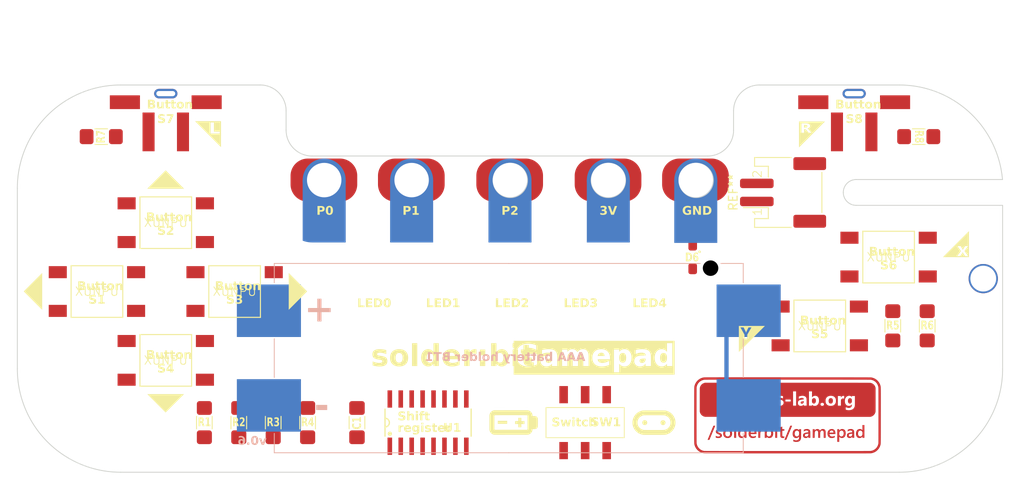
<source format=kicad_pcb>
(kicad_pcb (version 20240108) (generator "pcbnew") (generator_version "8.0")
  (title_block (title "solder:bit Gamepad") (date "2025-01-27") (rev "v0.7") (company "Lancaster University Devices Lab") (comment 1 "Aron Eggens"))
  (layers (0 "F.Cu" signal) (31 "B.Cu" signal) (34 "B.Paste" user) (35 "F.Paste" user) (36 "B.SilkS" user "B.Silkscreen") (37 "F.SilkS" user "F.Silkscreen") (38 "B.Mask" user) (39 "F.Mask" user) (44 "Edge.Cuts" user))
  (net 0 "")
  (net 1 "GND")
  (net 2 "Vubit")
  (net 3 "Net-(R1-Pad1)")
  (net 4 "Net-(R2-Pad1)")
  (net 5 "Net-(R3-Pad1)")
  (net 6 "Net-(R4-Pad1)")
  (net 7 "PL{slash}DATA")
  (net 8 "SER")
  (net 9 "CLK")
  (net 10 "BTN_L_BUMP")
  (net 12 "BTN_R_BUMP")
  (net 14 "BTN_LEFT")
  (net 16 "BTN_UP")
  (net 19 "BTN_RIGHT")
  (net 20 "BTN_DOWN")
  (net 21 "Net-(R5-Pad1)")
  (net 22 "Net-(R6-Pad1)")
  (net 23 "BTN_Y")
  (net 24 "BTN_X")
  (net 27 "Net-(BT1-+)")
  (net 28 "Vneo")
  (footprint "clipboard:2530302b-2469-4c92-a02c-03a2972aa858" (layer "F.Cu") (at 65.732802 73.080821)
    (property "Reference" "" (at 0 0 0) (layer "F.SilkS") (effects (font (size 1.27 1.27))))
    (property "Value" "")
  )
  (footprint "Solderbit_Gamepad:Tactile_Switch" (layer "F.Cu") (at 140.264719 64.514719)
    (property "Reference" "S5" (at 0 1 0) (layer "F.SilkS") (effects (font (thickness 0.2) (bold yes))))
    (property "Value" "TS-1002S-AR06026" (hide yes))
    (property "Manufacturer" "XUNPU" (at 0 0 0) (layer "F.SilkS") (effects (font (thickness 0.1))))
    (fp_text user "Button" (at -2.3 0 0) (layer "F.SilkS") (effects (font (thickness 0.2) (bold yes)) (justify left bottom)))
    (pad "1" smd rect (at -4.55 -2.25) (size 2.1 1.4) (layers "F.Cu" "F.Paste" "F.Mask"))
    (pad "2" smd rect (at -4.55 2.25) (size 2.1 1.4) (layers "F.Cu" "F.Paste" "F.Mask") (net 23 "BTN_Y"))
    (pad "3" smd rect (at 4.55 -2.25) (size 2.1 1.4) (layers "F.Cu" "F.Paste" "F.Mask") (net 2 "Vubit"))
    (pad "4" smd rect (at 4.55 2.25) (size 2.1 1.4) (layers "F.Cu" "F.Paste" "F.Mask") (net 21 "Net-(R5-Pad1)"))
  )
  (footprint "Solderbit_Gamepad:Tactile_Switch_Right_90_Degrees" (layer "F.Cu") (at 144.264719 40.514719)
    (property "Reference" "S8" (at 0 0 0) (layer "F.SilkS") (effects (font (thickness 0.2) (bold yes))))
    (property "Value" "TS-1037-A4B3-D2" (hide yes))
    (fp_text user "Button" (at -2.2 -1.1 0) (layer "F.SilkS") (effects (font (thickness 0.2) (bold yes)) (justify left bottom)))
    (pad "" smd rect (at -4.75 -2 180) (size 3.5 1.6) (layers "F.Cu" "F.Paste" "F.Mask"))
    (pad "" thru_hole oval (at 0 -3) (size 2.7 1.1) (drill oval 2.2 0.6) (layers "*.Cu" "*.Mask"))
    (pad "" smd rect (at 4.75 -2 180) (size 3.5 1.6) (layers "F.Cu" "F.Paste" "F.Mask"))
    (pad "1" smd rect (at -2 1.45 90) (size 4.5 1.4) (layers "F.Cu" "F.Paste" "F.Mask") (net 2 "Vubit"))
    (pad "2" smd rect (at 2 1.45 90) (size 4.5 1.4) (layers "F.Cu" "F.Paste" "F.Mask") (net 12 "BTN_R_BUMP"))
  )
  (footprint "Solderbit_Gamepad:1206_Resistor" (layer "F.Cu") (at 72.75 75.75 -90)
    (property "Reference" "R2" (at 0 0 0) (layer "F.SilkS") (effects (font (size 1 0.75) (thickness 0.15) (bold yes))))
    (property "Value" "100k" (hide yes))
    (pad "1" smd roundrect (at -1.7 0 270) (size 1.6 1.75) (layers "F.Cu" "F.Paste" "F.Mask") (roundrect_rratio 0.192308) (net 4 "Net-(R2-Pad1)"))
    (pad "2" smd roundrect (at 1.7 0 270) (size 1.6 1.75) (layers "F.Cu" "F.Paste" "F.Mask") (roundrect_rratio 0.192308) (net 1 "GND"))
  )
  (footprint "Solderbit_Gamepad:1206_Resistor" (layer "F.Cu") (at 56.764719 42.514719)
    (property "Reference" "R7" (at 0 0 90) (layer "F.SilkS") (effects (font (size 1 0.75) (thickness 0.15) (bold yes))))
    (property "Value" "100k" (hide yes))
    (pad "1" smd roundrect (at -1.7 0) (size 1.6 1.75) (layers "F.Cu" "F.Paste" "F.Mask") (roundrect_rratio 0.192308) (net 1 "GND"))
    (pad "2" smd roundrect (at 1.7 0) (size 1.6 1.75) (layers "F.Cu" "F.Paste" "F.Mask") (roundrect_rratio 0.192308) (net 10 "BTN_L_BUMP"))
  )
  (footprint "clipboard:7ef0c00c-865a-4d4a-b67e-d24925b7692a" (layer "F.Cu") (at 138.9 41)
    (property "Reference" "" (at 0 0 0) (layer "F.SilkS") (effects (font (size 1.27 1.27))))
    (property "Value" "")
  )
  (footprint "clipboard:eb6b9f81-2bd5-4935-ac84-cf1cb09f0a3b" (layer "F.Cu") (at 63.769181 46.918188)
    (property "Reference" "" (at 0 0 0) (layer "F.SilkS") (effects (font (size 1.27 1.27))))
    (property "Value" "")
  )
  (footprint "Solderbit_Gamepad:Schottky_Diode_SOD-323" (layer "F.Cu") (at 125.5 56.5 -90)
    (property "Reference" "D6" (at 0.1 0.089314 0) (layer "F.SilkS") (effects (font (size 1 0.75) (thickness 0.15) (bold yes))))
    (property "Value" "BAT60B" (hide yes))
    (pad "1" smd roundrect (at -1.375 0 270) (size 1.25 1) (layers "F.Cu" "F.Paste" "F.Mask") (net 2 "Vubit"))
    (pad "2" smd roundrect (at 1.375 0 270) (size 1.25 1) (layers "F.Cu" "F.Paste" "F.Mask") (net 28 "Vneo"))
  )
  (footprint "Solderbit_Gamepad:Tactile_Switch" (layer "F.Cu") (at 148.264719 56.514719)
    (property "Reference" "S6" (at 0 1 0) (layer "F.SilkS") (effects (font (thickness 0.2) (bold yes))))
    (property "Value" "TS-1002S-AR06026" (hide yes))
    (property "Manufacturer" "XUNPU" (at 0 0 0) (layer "F.SilkS") (effects (font (thickness 0.1))))
    (fp_text user "Button" (at -2.3 0 0) (layer "F.SilkS") (effects (font (thickness 0.2) (bold yes)) (justify left bottom)))
    (pad "1" smd rect (at -4.55 -2.25) (size 2.1 1.4) (layers "F.Cu" "F.Paste" "F.Mask"))
    (pad "2" smd rect (at -4.55 2.25) (size 2.1 1.4) (layers "F.Cu" "F.Paste" "F.Mask") (net 24 "BTN_X"))
    (pad "3" smd rect (at 4.55 -2.25) (size 2.1 1.4) (layers "F.Cu" "F.Paste" "F.Mask") (net 2 "Vubit"))
    (pad "4" smd rect (at 4.55 2.25) (size 2.1 1.4) (layers "F.Cu" "F.Paste" "F.Mask") (net 22 "Net-(R6-Pad1)"))
  )
  (footprint "Solderbit_Gamepad:Tactile_Switch" (layer "F.Cu") (at 56.264719 60.514719)
    (property "Reference" "S1" (at 0 1 0) (layer "F.SilkS") (effects (font (thickness 0.2) (bold yes))))
    (property "Value" "TS-1002S-AR06026" (hide yes))
    (property "Manufacturer" "XUNPU" (at 0 0 0) (layer "F.SilkS") (effects (font (thickness 0.1))))
    (fp_text user "Button" (at -2.3 0 0) (layer "F.SilkS") (effects (font (thickness 0.2) (bold yes)) (justify left bottom)))
    (pad "1" smd rect (at -4.55 -2.25) (size 2.1 1.4) (layers "F.Cu" "F.Paste" "F.Mask"))
    (pad "2" smd rect (at -4.55 2.25) (size 2.1 1.4) (layers "F.Cu" "F.Paste" "F.Mask") (net 14 "BTN_LEFT"))
    (pad "3" smd rect (at 4.55 -2.25) (size 2.1 1.4) (layers "F.Cu" "F.Paste" "F.Mask") (net 2 "Vubit"))
    (pad "4" smd rect (at 4.55 2.25) (size 2.1 1.4) (layers "F.Cu" "F.Paste" "F.Mask") (net 3 "Net-(R1-Pad1)"))
  )
  (footprint "clipboard:f35a52af-685d-4dbc-bad2-5c89170f1274" (layer "F.Cu") (at 48.5 59.770172)
    (property "Reference" "" (at 0 0 0) (layer "F.SilkS") (effects (font (size 1.27 1.27))))
    (property "Value" "")
  )
  (footprint "Solderbit_Gamepad:Tactile_Switch_Left_90_Degrees" (layer "F.Cu") (at 64.264719 40.514719)
    (property "Reference" "S7" (at 0 0 0) (layer "F.SilkS") (effects (font (thickness 0.2) (bold yes))))
    (property "Value" "TS-1037-A4B3-D2" (hide yes))
    (fp_text user "Button" (at -2.2 -1.1 0) (layer "F.SilkS") (effects (font (thickness 0.2) (bold yes)) (justify left bottom)))
    (pad "" smd rect (at -4.75 -2 180) (size 3.5 1.6) (layers "F.Cu" "F.Paste" "F.Mask"))
    (pad "" thru_hole oval (at 0 -3) (size 2.7 1.1) (drill oval 2.2 0.6) (layers "*.Cu" "*.Mask"))
    (pad "" smd rect (at 4.75 -2 180) (size 3.5 1.6) (layers "F.Cu" "F.Paste" "F.Mask"))
    (pad "1" smd rect (at 2 1.45 90) (size 4.5 1.4) (layers "F.Cu" "F.Paste" "F.Mask") (net 2 "Vubit"))
    (pad "2" smd rect (at -2 1.45 90) (size 4.5 1.4) (layers "F.Cu" "F.Paste" "F.Mask") (net 10 "BTN_L_BUMP"))
  )
  (footprint "Solderbit_Gamepad:1206_Capacitor" (layer "F.Cu") (at 86.485281 75.75 90)
    (property "Reference" "C1" (at -0.05 0.05 90) (layer "F.SilkS") (effects (font (size 1 0.75) (thickness 0.15) (bold yes))))
    (property "Value" "1uF" (hide yes))
    (pad "1" smd roundrect (at -1.7 0 90) (size 1.6 1.8) (layers "F.Cu" "F.Paste" "F.Mask") (roundrect_rratio 0.188679) (net 1 "GND"))
    (pad "2" smd roundrect (at 1.7 0 90) (size 1.6 1.8) (layers "F.Cu" "F.Paste" "F.Mask") (roundrect_rratio 0.188679) (net 2 "Vubit"))
  )
  (footprint "clipboard:d516af6b-2eaf-415c-a72b-82543e7ff2ee" (layer "F.Cu") (at 133.370645 64.519768)
    (property "Reference" "" (at 0 0 0) (layer "F.SilkS") (effects (font (size 1.27 1.27))))
    (property "Value" "")
  )
  (footprint "clipboard:447a6eb8-5143-46bc-a893-9c0e9147b170" (layer "F.Cu") (at 156 56.4)
    (property "Reference" "" (at 0 0 0) (layer "F.SilkS") (effects (font (size 1.27 1.27))))
    (property "Value" "")
  )
  (footprint "Solderbit_Gamepad:JST_PH_S2B-PH-SM4-TB" (layer "F.Cu") (at 136 49 90)
    (property "Reference" "REF**" (at 0 -5.8 90) (layer "F.SilkS"))
    (property "Value" "JST_PH_S2B-PH-SM4-TB_1x02-1MP_P2.00mm_Horizontal")
    (fp_text user "1" (at -2.8 -2.4 90) (layer "F.SilkS") (effects (font (thickness 0.1)) (justify left bottom)))
    (fp_text user "2" (at 1.6 -2.4 90) (layer "F.SilkS") (effects (font (thickness 0.1)) (justify left bottom)))
    (pad "1" smd roundrect (at -1.05 -3.05 90) (size 1.1 3.9) (layers "F.Cu" "F.Paste" "F.Mask"))
    (pad "2" smd roundrect (at 1.05 -3.05 90) (size 1.1 3.9) (layers "F.Cu" "F.Paste" "F.Mask"))
    (pad "MP" smd roundrect (at -3.35 3.1 90) (size 1.5 3.8) (layers "F.Cu" "F.Paste" "F.Mask") (roundrect_rratio 0.166667))
    (pad "MP" smd roundrect (at 3.35 3.1 90) (size 1.5 3.8) (layers "F.Cu" "F.Paste" "F.Mask") (roundrect_rratio 0.166667))
  )
  (footprint "clipboard:4f59e82c-baf0-4beb-a700-d93e24cfaf47" (layer "F.Cu") (at 78.559869 60.15)
    (property "Reference" "" (at 0 0 0) (layer "F.SilkS") (effects (font (size 1.27 1.27))))
    (property "Value" "")
  )
  (footprint "Solderbit_Gamepad:Shift_Register_74HC165D" (layer "F.Cu") (at 94.75 75.75)
    (property "Reference" "U1" (at 2.8 0.65 180) (layer "F.SilkS") (effects (font (thickness 0.2) (bold yes))))
    (property "Value" "74HC165" (hide yes))
    (fp_text user "register" (at -3.55 1.25 0) (layer "F.SilkS") (effects (font (thickness 0.2) (bold yes)) (justify left bottom)))
    (fp_text user "Shift" (at -3.55 -0.1 0) (layer "F.SilkS") (effects (font (thickness 0.2) (bold yes)) (justify left bottom)))
    (pad "1" smd rect (at -4.4488 2.74495 90) (size 2.0101 0.5334) (layers "F.Cu" "F.Paste" "F.Mask") (net 7 "PL{slash}DATA"))
    (pad "2" smd rect (at -3.1788 2.74495 90) (size 2.0101 0.5334) (layers "F.Cu" "F.Paste" "F.Mask") (net 9 "CLK"))
    (pad "3" smd rect (at -1.9088 2.74495 90) (size 2.0101 0.5334) (layers "F.Cu" "F.Paste" "F.Mask") (net 14 "BTN_LEFT"))
    (pad "4" smd rect (at -0.6388 2.74495 90) (size 2.0101 0.5334) (layers "F.Cu" "F.Paste" "F.Mask") (net 20 "BTN_DOWN"))
    (pad "5" smd rect (at 0.6312 2.74495 90) (size 2.0101 0.5334) (layers "F.Cu" "F.Paste" "F.Mask") (net 23 "BTN_Y"))
    (pad "6" smd rect (at 1.9012 2.74495 90) (size 2.0101 0.5334) (layers "F.Cu" "F.Paste" "F.Mask") (net 24 "BTN_X"))
    (pad "7" smd rect (at 3.1712 2.74495 90) (size 2.0101 0.5334) (layers "F.Cu" "F.Paste" "F.Mask"))
    (pad "8" smd rect (at 4.4412 2.74495 90) (size 2.0101 0.5334) (layers "F.Cu" "F.Paste" "F.Mask") (net 1 "GND"))
    (pad "9" smd rect (at 4.4412 -2.74495 90) (size 2.0101 0.5334) (layers "F.Cu" "F.Paste" "F.Mask") (net 8 "SER"))
    (pad "10" smd rect (at 3.1712 -2.74495 90) (size 2.0101 0.5334) (layers "F.Cu" "F.Paste" "F.Mask") (net 1 "GND"))
    (pad "11" smd rect (at 1.9012 -2.74495 90) (size 2.0101 0.5334) (layers "F.Cu" "F.Paste" "F.Mask") (net 12 "BTN_R_BUMP"))
    (pad "12" smd rect (at 0.6312 -2.74495 90) (size 2.0101 0.5334) (layers "F.Cu" "F.Paste" "F.Mask") (net 10 "BTN_L_BUMP"))
    (pad "13" smd rect (at -0.6388 -2.74495 90) (size 2.0101 0.5334) (layers "F.Cu" "F.Paste" "F.Mask") (net 19 "BTN_RIGHT"))
    (pad "14" smd rect (at -1.9088 -2.74495 90) (size 2.0101 0.5334) (layers "F.Cu" "F.Paste" "F.Mask") (net 16 "BTN_UP"))
    (pad "15" smd rect (at -3.1788 -2.74495 90) (size 2.0101 0.5334) (layers "F.Cu" "F.Paste" "F.Mask") (net 1 "GND"))
    (pad "16" smd rect (at -4.4488 -2.74495 90) (size 2.0101 0.5334) (layers "F.Cu" "F.Paste" "F.Mask") (net 2 "Vubit"))
  )
  (footprint "Solderbit_Gamepad:Tactile_Switch" (layer "F.Cu") (at 64.264719 52.514719)
    (property "Reference" "S2" (at 0 1 0) (layer "F.SilkS") (effects (font (thickness 0.2) (bold yes))))
    (property "Value" "TS-1002S-AR06026" (hide yes))
    (property "Manufacturer" "XUNPU" (at 0 0 0) (layer "F.SilkS") (effects (font (thickness 0.1))))
    (fp_text user "Button" (at -2.3 0 0) (layer "F.SilkS") (effects (font (thickness 0.2) (bold yes)) (justify left bottom)))
    (pad "1" smd rect (at -4.55 -2.25) (size 2.1 1.4) (layers "F.Cu" "F.Paste" "F.Mask"))
    (pad "2" smd rect (at -4.55 2.25) (size 2.1 1.4) (layers "F.Cu" "F.Paste" "F.Mask") (net 16 "BTN_UP"))
    (pad "3" smd rect (at 4.55 -2.25) (size 2.1 1.4) (layers "F.Cu" "F.Paste" "F.Mask") (net 2 "Vubit"))
    (pad "4" smd rect (at 4.55 2.25) (size 2.1 1.4) (layers "F.Cu" "F.Paste" "F.Mask") (net 4 "Net-(R2-Pad1)"))
  )
  (footprint "Solderbit_Gamepad:1206_Resistor" (layer "F.Cu") (at 148.75 64.5 -90)
    (property "Reference" "R5" (at 0 0 0) (layer "F.SilkS") (effects (font (size 1 0.75) (thickness 0.15) (bold yes))))
    (property "Value" "100k" (hide yes))
    (pad "1" smd roundrect (at -1.7 0 270) (size 1.6 1.75) (layers "F.Cu" "F.Paste" "F.Mask") (roundrect_rratio 0.192308) (net 21 "Net-(R5-Pad1)"))
    (pad "2" smd roundrect (at 1.7 0 270) (size 1.6 1.75) (layers "F.Cu" "F.Paste" "F.Mask") (roundrect_rratio 0.192308) (net 1 "GND"))
  )
  (footprint "Solderbit_Gamepad:1206_Resistor" (layer "F.Cu") (at 152.75 64.5 -90)
    (property "Reference" "R6" (at 0 0 0) (layer "F.SilkS") (effects (font (size 1 0.75) (thickness 0.15) (bold yes))))
    (property "Value" "100k" (hide yes))
    (pad "1" smd roundrect (at -1.7 0 270) (size 1.6 1.75) (layers "F.Cu" "F.Paste" "F.Mask") (roundrect_rratio 0.192308) (net 22 "Net-(R6-Pad1)"))
    (pad "2" smd roundrect (at 1.7 0 270) (size 1.6 1.75) (layers "F.Cu" "F.Paste" "F.Mask") (roundrect_rratio 0.192308) (net 1 "GND"))
  )
  (footprint "Solderbit_Gamepad:1206_Resistor" (layer "F.Cu") (at 80.75 75.75 -90)
    (property "Reference" "R4" (at 0 0 0) (layer "F.SilkS") (effects (font (size 1 0.75) (thickness 0.15) (bold yes))))
    (property "Value" "100k" (hide yes))
    (pad "1" smd roundrect (at -1.7 0 270) (size 1.6 1.75) (layers "F.Cu" "F.Paste" "F.Mask") (roundrect_rratio 0.192308) (net 6 "Net-(R4-Pad1)"))
    (pad "2" smd roundrect (at 1.7 0 270) (size 1.6 1.75) (layers "F.Cu" "F.Paste" "F.Mask") (roundrect_rratio 0.192308) (net 1 "GND"))
  )
  (footprint "Solderbit_Gamepad:1206_Resistor" (layer "F.Cu") (at 68.75 75.75 -90)
    (property "Reference" "R1" (at 0 0 0) (layer "F.SilkS") (effects (font (size 1 0.75) (thickness 0.15) (bold yes))))
    (property "Value" "100k" (hide yes))
    (pad "1" smd roundrect (at -1.7 0 270) (size 1.6 1.75) (layers "F.Cu" "F.Paste" "F.Mask") (roundrect_rratio 0.192308) (net 3 "Net-(R1-Pad1)"))
    (pad "2" smd roundrect (at 1.7 0 270) (size 1.6 1.75) (layers "F.Cu" "F.Paste" "F.Mask") (roundrect_rratio 0.192308) (net 1 "GND"))
  )
  (footprint "Solderbit_Gamepad:Devices-Lab_Logo_H9mm" (layer "F.Cu") (at 136.5 74.9)
    (property "Reference" "G1" (hide yes))
    (property "Value" "~" (hide yes))
    (fp_poly (pts (xy -5.948253 1.874819) (xy -5.948253 2.622348) (xy -6.068178 2.622348) (xy -6.188102 2.622348) (xy -6.188102 1.874819) (xy -6.188102 1.12729) (xy -6.068178 1.12729) (xy -5.948253 1.12729)) (fill solid) (layer "F.Cu"))
    (fp_poly (pts (xy -1.183255 2.114449) (xy -1.183255 2.622348) (xy -1.299241 2.622348) (xy -1.415228 2.622348) (xy -1.41317 2.116667) (xy -1.411111 1.610985) (xy -1.297183 1.608767) (xy -1.183255 1.606549)) (fill solid) (layer "F.Cu"))
    (fp_poly (pts (xy -6.005473 -2.022057) (xy -5.96503 -2.00376) (xy -5.961973 -2.001683) (xy -5.92705 -1.967455) (xy -5.901954 -1.921116) (xy -5.887104 -1.863485) (xy -5.885648 -1.852788) (xy -5.879157 -1.798867) (xy -6.082599 -1.798867) (xy -6.28604 -1.798867) (xy -6.280944 -1.82435) (xy -6.264427 -1.876151) (xy -6.237391 -1.925944) (xy -6.202727 -1.969731) (xy -6.163324 -2.003511) (xy -6.142972 -2.015291) (xy -6.100233 -2.028258) (xy -6.05247 -2.030368)) (fill solid) (layer "F.Cu"))
    (fp_poly (pts (xy -1.872077 -2.022057) (xy -1.831634 -2.00376) (xy -1.828576 -2.001683) (xy -1.793654 -1.967455) (xy -1.768558 -1.921116) (xy -1.753708 -1.863485) (xy -1.752252 -1.852788) (xy -1.745761 -1.798867) (xy -1.949202 -1.798867) (xy -2.152644 -1.798867) (xy -2.147548 -1.82435) (xy -2.131031 -1.876151) (xy -2.103995 -1.925944) (xy -2.069331 -1.969731) (xy -2.029928 -2.003511) (xy -2.009575 -2.015291) (xy -1.966836 -2.028258) (xy -1.919074 -2.030368)) (fill solid) (layer "F.Cu"))
    (fp_poly (pts (xy -1.262005 1.14444) (xy -1.21738 1.161257) (xy -1.184533 1.188558) (xy -1.164155 1.225516) (xy -1.156941 1.270632) (xy -1.163524 1.31558) (xy -1.184044 1.353173) (xy -1.208939 1.376344) (xy -1.239866 1.390563) (xy -1.278921 1.397779) (xy -1.319695 1.397647) (xy -1.355778 1.389825) (xy -1.366882 1.384789) (xy -1.399637 1.360487) (xy -1.419686 1.329281) (xy -1.429009 1.287999) (xy -1.429313 1.284626) (xy -1.426275 1.237977) (xy -1.410218 1.198573) (xy -1.383097 1.168053) (xy -1.346868 1.148055) (xy -1.303487 1.140217)) (fill solid) (layer "F.Cu"))
    (fp_poly (pts (xy 1.905274 -1.645719) (xy 1.90938 -1.640139) (xy 1.910788 -1.626987) (xy 1.909973 -1.603152) (xy 1.908378 -1.579046) (xy 1.89835 -1.511655) (xy 1.878264 -1.456154) (xy 1.847521 -1.411538) (xy 1.805521 -1.376803) (xy 1.778879 -1.36224) (xy 1.730452 -1.346922) (xy 1.679306 -1.343902) (xy 1.630927 -1.353311) (xy 1.618189 -1.358388) (xy 1.582334 -1.382231) (xy 1.558193 -1.413917) (xy 1.5456 -1.450586) (xy 1.54439 -1.489375) (xy 1.554399 -1.527425) (xy 1.57546 -1.561874) (xy 1.607409 -1.589861) (xy 1.632285 -1.602582) (xy 1.650488 -1.607841) (xy 1.680712 -1.614457) (xy 1.719115 -1.621792) (xy 1.761854 -1.629205) (xy 1.805085 -1.636056) (xy 1.844965 -1.641705) (xy 1.877652 -1.645513) (xy 1.897993 -1.646837)) (fill solid) (layer "F.Cu"))
    (fp_poly (pts (xy 5.095501 -1.994683) (xy 5.152142 -1.979225) (xy 5.199362 -1.950864) (xy 5.237032 -1.9097) (xy 5.265022 -1.855835) (xy 5.280762 -1.801773) (xy 5.290288 -1.732843) (xy 5.291206 -1.66095) (xy 5.283936 -1.590634) (xy 5.268901 -1.526434) (xy 5.251082 -1.481558) (xy 5.219294 -1.434856) (xy 5.176963 -1.399219) (xy 5.125733 -1.375361) (xy 5.067247 -1.363996) (xy 5.003149 -1.365836) (xy 4.989287 -1.36794) (xy 4.941716 -1.381667) (xy 4.897558 -1.404426) (xy 4.863677 -1.432336) (xy 4.834843 -1.473939) (xy 4.812653 -1.527101) (xy 4.797688 -1.588584) (xy 4.790531 -1.655152) (xy 4.791762 -1.723566) (xy 4.80052 -1.784028) (xy 4.820651 -1.851638) (xy 4.849751 -1.906089) (xy 4.88811 -1.94765) (xy 4.93602 -1.976593) (xy 4.993772 -1.993188) (xy 5.02957 -1.997135)) (fill solid) (layer "F.Cu"))
    (fp_poly (pts (xy 3.170168 -1.986507) (xy 3.18656 -1.979707) (xy 3.232169 -1.950541) (xy 3.267725 -1.909978) (xy 3.29346 -1.857569) (xy 3.309605 -1.792869) (xy 3.315824 -1.73091) (xy 3.314791 -1.646734) (xy 3.303517 -1.571995) (xy 3.282458 -1.507456) (xy 3.252067 -1.453879) (xy 3.212798 -1.412028) (xy 3.165106 -1.382666) (xy 3.109445 -1.366556) (xy 3.098048 -1.365061) (xy 3.067176 -1.363925) (xy 3.03702 -1.366178) (xy 3.027833 -1.367873) (xy 2.975776 -1.388127) (xy 2.930351 -1.422056) (xy 2.893367 -1.46809) (xy 2.876795 -1.499056) (xy 2.868903 -1.518795) (xy 2.863377 -1.539778) (xy 2.859673 -1.565746) (xy 2.857246 -1.60044) (xy 2.855641 -1.644453) (xy 2.855088 -1.707147) (xy 2.857736 -1.757723) (xy 2.864101 -1.799823) (xy 2.874703 -1.837093) (xy 2.887348 -1.867519) (xy 2.918235 -1.915893) (xy 2.959208 -1.954195) (xy 3.007578 -1.981415) (xy 3.060654 -1.996546) (xy 3.115747 -1.99858)) (fill solid) (layer "F.Cu"))
    (fp_poly (pts (xy -7.367844 -1.991254) (xy -7.315744 -1.969916) (xy -7.271246 -1.934556) (xy -7.234575 -1.885314) (xy -7.228732 -1.874819) (xy -7.221055 -1.859796) (xy -7.215492 -1.846062) (xy -7.211703 -1.830748) (xy -7.209352 -1.810986) (xy -7.2081 -1.783909) (xy -7.20761 -1.746647) (xy -7.207544 -1.696333) (xy -7.207545 -1.694932) (xy -7.207685 -1.644037) (xy -7.208263 -1.606161) (xy -7.209616 -1.578333) (xy -7.212083 -1.557582) (xy -7.216005 -1.540939) (xy -7.22172 -1.525431) (xy -7.228649 -1.510048) (xy -7.26202 -1.454073) (xy -7.303251 -1.410795) (xy -7.351066 -1.380934) (xy -7.404191 -1.365212) (xy -7.461352 -1.36435) (xy -7.480677 -1.367408) (xy -7.534272 -1.385745) (xy -7.579424 -1.417067) (xy -7.615632 -1.460478) (xy -7.642392 -1.515083) (xy -7.659202 -1.579987) (xy -7.665558 -1.654295) (xy -7.664645 -1.694932) (xy -7.655043 -1.774238) (xy -7.635964 -1.842559) (xy -7.607884 -1.899288) (xy -7.571279 -1.943819) (xy -7.526624 -1.975542) (xy -7.474393 -1.993851) (xy -7.427321 -1.998431)) (fill solid) (layer "F.Cu"))
    (fp_poly (pts (xy 7.338188 -1.990945) (xy 7.388459 -1.968397) (xy 7.432747 -1.93162) (xy 7.470152 -1.881218) (xy 7.477241 -1.8686) (xy 7.483804 -1.855261) (xy 7.488554 -1.8417) (xy 7.491782 -1.825121) (xy 7.493776 -1.80273) (xy 7.494829 -1.77173) (xy 7.49523 -1.729324) (xy 7.495278 -1.694932) (xy 7.49517 -1.644058) (xy 7.494621 -1.606206) (xy 7.493292 -1.578407) (xy 7.490844 -1.557694) (xy 7.48694 -1.541097) (xy 7.481242 -1.52565) (xy 7.47421 -1.510089) (xy 7.440741 -1.454068) (xy 7.399451 -1.410769) (xy 7.351604 -1.380908) (xy 7.298466 -1.3652) (xy 7.2413 -1.36436) (xy 7.222062 -1.367408) (xy 7.178077 -1.380635) (xy 7.141823 -1.402738) (xy 7.11337 -1.430103) (xy 7.087171 -1.462369) (xy 7.068761 -1.494387) (xy 7.054997 -1.532405) (xy 7.047678 -1.56062) (xy 7.036837 -1.637815) (xy 7.039644 -1.720674) (xy 7.047284 -1.770751) (xy 7.06662 -1.841244) (xy 7.095074 -1.899101) (xy 7.132349 -1.944037) (xy 7.178147 -1.975762) (xy 7.23217 -1.99399) (xy 7.282837 -1.998663)) (fill solid) (layer "F.Cu"))
    (fp_poly (pts (xy -2.824051 1.598485) (xy -2.812229 1.601144) (xy -2.790242 1.607292) (xy -2.790242 1.71907) (xy -2.790429 1.759268) (xy -2.79094 1.79305) (xy -2.791706 1.817555) (xy -2.792655 1.829918) (xy -2.793012 1.830847) (xy -2.801199 1.827556) (xy -2.818032 1.819397) (xy -2.822993 1.816873) (xy -2.855318 1.806708) (xy -2.895989 1.802884) (xy -2.938734 1.805261) (xy -2.977283 1.813698) (xy -2.994114 1.820708) (xy -3.038619 1.85229) (xy -3.078006 1.896218) (xy -3.109864 1.949077) (xy -3.131784 2.007453) (xy -3.134913 2.020159) (xy -3.137061 2.037197) (xy -3.139248 2.06809) (xy -3.14139 2.110701) (xy -3.143402 2.162894) (xy -3.145199 2.222536) (xy -3.146697 2.287489) (xy -3.147605 2.340526) (xy -3.151684 2.622348) (xy -3.266837 2.622348) (xy -3.381989 2.622348) (xy -3.379931 2.116667) (xy -3.377872 1.610985) (xy -3.263944 1.608767) (xy -3.150016 1.606549) (xy -3.149623 1.708704) (xy -3.149229 1.810859) (xy -3.121204 1.756247) (xy -3.087892 1.702777) (xy -3.048037 1.657658) (xy -3.004596 1.623971) (xy -2.983691 1.612925) (xy -2.949925 1.6027) (xy -2.907472 1.596569) (xy -2.863218 1.595006)) (fill solid) (layer "F.Cu"))
    (fp_poly (pts (xy -8.410138 1.208767) (xy -8.391051 1.210303) (xy -8.38205 1.213141) (xy -8.38098 1.217002) (xy -8.384732 1.226091) (xy -8.394116 1.248766) (xy -8.408643 1.283841) (xy -8.427821 1.330133) (xy -8.451158 1.386456) (xy -8.478164 1.451626) (xy -8.508347 1.524457) (xy -8.541217 1.603765) (xy -8.576282 1.688365) (xy -8.61305 1.777071) (xy -8.651032 1.868701) (xy -8.689735 1.962067) (xy -8.728668 2.055986) (xy -8.767341 2.149273) (xy -8.805262 2.240743) (xy -8.84194 2.329211) (xy -8.876884 2.413493) (xy -8.909603 2.492403) (xy -8.939605 2.564756) (xy -8.9664 2.629368) (xy -8.989495 2.685055) (xy -9.008401 2.73063) (xy -9.022626 2.76491) (xy -9.031678 2.786709) (xy -9.033979 2.792241) (xy -9.059786 2.854202) (xy -9.166721 2.854202) (xy -9.211691 2.853858) (xy -9.242534 2.852706) (xy -9.261103 2.850567) (xy -9.269247 2.847261) (xy -9.269759 2.844208) (xy -9.266245 2.835622) (xy -9.257026 2.813216) (xy -9.242498 2.777948) (xy -9.223055 2.73078) (xy -9.199095 2.672671) (xy -9.171012 2.60458) (xy -9.139203 2.527467) (xy -9.104064 2.442293) (xy -9.065991 2.350016) (xy -9.025379 2.251597) (xy -8.982624 2.147995) (xy -8.938122 2.04017) (xy -8.930922 2.022726) (xy -8.595982 1.211237) (xy -8.486408 1.209007) (xy -8.44127 1.208385)) (fill solid) (layer "F.Cu"))
    (fp_poly (pts (xy 0.520237 1.208767) (xy 0.539323 1.210303) (xy 0.548324 1.213141) (xy 0.549394 1.217002) (xy 0.545643 1.226091) (xy 0.536258 1.248766) (xy 0.521732 1.283841) (xy 0.502554 1.330133) (xy 0.479217 1.386456) (xy 0.452211 1.451626) (xy 0.422027 1.524457) (xy 0.389158 1.603765) (xy 0.354093 1.688365) (xy 0.317324 1.777071) (xy 0.279343 1.868701) (xy 0.24064 1.962067) (xy 0.201706 2.055986) (xy 0.163033 2.149273) (xy 0.125112 2.240743) (xy 0.088434 2.329211) (xy 0.05349 2.413493) (xy 0.020772 2.492403) (xy -0.009231 2.564756) (xy -0.036025 2.629368) (xy -0.059121 2.685055) (xy -0.078027 2.73063) (xy -0.092251 2.76491) (xy -0.101304 2.786709) (xy -0.103605 2.792241) (xy -0.129412 2.854202) (xy -0.236347 2.854202) (xy -0.281316 2.853858) (xy -0.31216 2.852706) (xy -0.330728 2.850567) (xy -0.338873 2.847261) (xy -0.339384 2.844208) (xy -0.335871 2.835622) (xy -0.326652 2.813216) (xy -0.312123 2.777948) (xy -0.29268 2.73078) (xy -0.26872 2.672671) (xy -0.240638 2.60458) (xy -0.208829 2.527467) (xy -0.17369 2.442293) (xy -0.135616 2.350016) (xy -0.095004 2.251597) (xy -0.052249 2.147995) (xy -0.007747 2.04017) (xy -0.000547 2.022726) (xy 0.334392 1.211237) (xy 0.443967 1.209007) (xy 0.489105 1.208385)) (fill solid) (layer "F.Cu"))
    (fp_poly (pts (xy -0.597968 1.315325) (xy -0.595265 1.325764) (xy -0.593396 1.34624) (xy -0.592248 1.378405) (xy -0.591708 1.423913) (xy -0.591627 1.458226) (xy -0.591627 1.606988) (xy -0.471703 1.606988) (xy -0.351778 1.606988) (xy -0.351778 1.698716) (xy -0.351778 1.790445) (xy -0.469704 1.792657) (xy -0.58763 1.794869) (xy -0.58763 2.078691) (xy -0.587587 2.153931) (xy -0.587398 2.214912) (xy -0.586977 2.263366) (xy -0.586236 2.301024) (xy -0.585086 2.329617) (xy -0.583441 2.350876) (xy -0.581212 2.366532) (xy -0.578311 2.378317) (xy -0.574652 2.387961) (xy -0.57164 2.394269) (xy -0.555267 2.418161) (xy -0.534633 2.437734) (xy -0.529558 2.44104) (xy -0.499679 2.451581) (xy -0.461923 2.455934) (xy -0.423202 2.453992) (xy -0.390425 2.445649) (xy -0.385304 2.443261) (xy -0.367558 2.434676) (xy -0.356755 2.430537) (xy -0.356173 2.430469) (xy -0.354434 2.437935) (xy -0.353021 2.458217) (xy -0.352085 2.488142) (xy -0.351778 2.521441) (xy -0.351778 2.612413) (xy -0.373765 2.621495) (xy -0.423396 2.635887) (xy -0.48298 2.643246) (xy -0.547979 2.643311) (xy -0.61386 2.635817) (xy -0.615612 2.635507) (xy -0.677248 2.617386) (xy -0.729684 2.587252) (xy -0.771581 2.546157) (xy -0.801601 2.495152) (xy -0.804932 2.486882) (xy -0.808427 2.47618) (xy -0.811332 2.463044) (xy -0.813718 2.445892) (xy -0.815658 2.423144) (xy -0.817223 2.393219) (xy -0.818487 2.354536) (xy -0.819521 2.305513) (xy -0.820396 2.24457) (xy -0.821186 2.170125) (xy -0.821628 2.120664) (xy -0.824447 1.790872) (xy -0.907911 1.790872) (xy -0.991376 1.790872) (xy -0.991376 1.69893) (xy -0.991376 1.606988) (xy -0.907428 1.606988) (xy -0.823481 1.606988) (xy -0.823481 1.492168) (xy -0.823481 1.377347) (xy -0.717548 1.347213) (xy -0.678101 1.335924) (xy -0.643801 1.325983) (xy -0.617783 1.318306) (xy -0.603183 1.313813) (xy -0.601621 1.313271)) (fill solid) (layer "F.Cu"))
    (fp_poly (pts (xy -6.822534 1.595277) (xy -6.763862 1.605718) (xy -6.761229 1.606389) (xy -6.67984 1.634867) (xy -6.609056 1.675287) (xy -6.54899 1.727527) (xy -6.499753 1.791466) (xy -6.461458 1.866981) (xy -6.434215 1.953949) (xy -6.431347 1.966761) (xy -6.424554 2.013143) (xy -6.421059 2.069508) (xy -6.420845 2.130199) (xy -6.423896 2.189558) (xy -6.430194 2.241925) (xy -6.432205 2.252918) (xy -6.456784 2.337458) (xy -6.494768 2.414209) (xy -6.545025 2.481968) (xy -6.606419 2.539528) (xy -6.677819 2.585684) (xy -6.758089 2.619231) (xy -6.783727 2.626656) (xy -6.828035 2.635036) (xy -6.882324 2.640507) (xy -6.940822 2.642895) (xy -6.997755 2.642027) (xy -7.047351 2.637729) (xy -7.063551 2.635068) (xy -7.149652 2.610843) (xy -7.226436 2.574136) (xy -7.293307 2.525867) (xy -7.349672 2.466953) (xy -7.394937 2.398313) (xy -7.428507 2.320865) (xy -7.449788 2.23553) (xy -7.458186 2.143224) (xy -7.45616 2.103987) (xy -7.219415 2.103987) (xy -7.217271 2.169104) (xy -7.206254 2.232431) (xy -7.186306 2.291775) (xy -7.157367 2.34494) (xy -7.119377 2.389732) (xy -7.072277 2.423958) (xy -7.066247 2.427131) (xy -7.005031 2.44941) (xy -6.939219 2.457419) (xy -6.871655 2.451039) (xy -6.822559 2.43712) (xy -6.777807 2.412522) (xy -6.744355 2.382317) (xy -6.709905 2.338293) (xy -6.685038 2.289064) (xy -6.669126 2.232363) (xy -6.661541 2.165923) (xy -6.661654 2.087479) (xy -6.661795 2.084376) (xy -6.670157 2.005482) (xy -6.687508 1.939211) (xy -6.714239 1.884699) (xy -6.750745 1.841086) (xy -6.784551 1.815151) (xy -6.837086 1.790672) (xy -6.896634 1.777796) (xy -6.958931 1.776789) (xy -7.019715 1.787919) (xy -7.04927 1.798575) (xy -7.099117 1.828352) (xy -7.140448 1.869505) (xy -7.173202 1.919839) (xy -7.197321 1.97716) (xy -7.212745 2.039274) (xy -7.219415 2.103987) (xy -7.45616 2.103987) (xy -7.453107 2.044867) (xy -7.451833 2.034718) (xy -7.432631 1.940939) (xy -7.401317 1.857331) (xy -7.358166 1.784216) (xy -7.303455 1.721918) (xy -7.23746 1.67076) (xy -7.160457 1.631065) (xy -7.08594 1.60642) (xy -7.027696 1.595699) (xy -6.960408 1.590268) (xy -6.890035 1.590127)) (fill solid) (layer "F.Cu"))
    (fp_poly (pts (xy -3.934356 1.594763) (xy -3.863284 1.610575) (xy -3.800444 1.637934) (xy -3.743684 1.677649) (xy -3.71726 1.702046) (xy -3.671435 1.757585) (xy -3.635877 1.822684) (xy -3.610278 1.898255) (xy -3.594325 1.985212) (xy -3.587745 2.082688) (xy -3.585741 2.178628) (xy -3.928629 2.180713) (xy -4.271517 2.182799) (xy -4.266768 2.222904) (xy -4.256659 2.268077) (xy -4.238288 2.314312) (xy -4.214402 2.355865) (xy -4.188587 2.386245) (xy -4.141063 2.421858) (xy -4.088922 2.445869) (xy -4.029145 2.459307) (xy -3.963163 2.463221) (xy -3.9022 2.460685) (xy -3.84904 2.452103) (xy -3.797195 2.43593) (xy -3.740172 2.410622) (xy -3.73835 2.409723) (xy -3.708011 2.394853) (xy -3.683523 2.383087) (xy -3.668077 2.375946) (xy -3.664396 2.374504) (xy -3.663331 2.381973) (xy -3.662464 2.402272) (xy -3.661888 2.432244) (xy -3.661694 2.466312) (xy -3.661694 2.558119) (xy -3.699871 2.577465) (xy -3.767876 2.605299) (xy -3.846115 2.626192) (xy -3.930166 2.639597) (xy -4.015605 2.644965) (xy -4.098011 2.641746) (xy -4.153313 2.633738) (xy -4.23092 2.610537) (xy -4.30088 2.573793) (xy -4.362173 2.524516) (xy -4.413779 2.463715) (xy -4.454678 2.3924) (xy -4.48385 2.311579) (xy -4.48559 2.304952) (xy -4.500668 2.224273) (xy -4.50662 2.139146) (xy -4.503628 2.053963) (xy -4.497923 2.014731) (xy -4.27109 2.014731) (xy -4.041234 2.014731) (xy -3.811377 2.014731) (xy -3.815768 1.966309) (xy -3.825913 1.915735) (xy -3.845658 1.867104) (xy -3.872504 1.825767) (xy -3.889906 1.807622) (xy -3.931873 1.780882) (xy -3.981483 1.765655) (xy -4.034913 1.762309) (xy -4.088338 1.771212) (xy -4.123936 1.785055) (xy -4.165993 1.813808) (xy -4.204258 1.85463) (xy -4.235985 1.903633) (xy -4.25843 1.956931) (xy -4.265648 1.985722) (xy -4.27109 2.014731) (xy -4.497923 2.014731) (xy -4.491872 1.973114) (xy -4.471533 1.90099) (xy -4.468669 1.893498) (xy -4.433028 1.822355) (xy -4.385324 1.756506) (xy -4.328324 1.698986) (xy -4.264793 1.652831) (xy -4.234149 1.636257) (xy -4.186292 1.615253) (xy -4.142251 1.60135) (xy -4.09634 1.593333) (xy -4.042871 1.589991) (xy -4.015811 1.589689)) (fill solid) (layer "F.Cu"))
    (fp_poly (pts (xy 5.235868 1.594763) (xy 5.30694 1.610575) (xy 5.36978 1.637934) (xy 5.426539 1.677649) (xy 5.452963 1.702046) (xy 5.498789 1.757585) (xy 5.534346 1.822684) (xy 5.559946 1.898255) (xy 5.575898 1.985212) (xy 5.582478 2.082688) (xy 5.584482 2.178628) (xy 5.241594 2.180713) (xy 4.898706 2.182799) (xy 4.903456 2.222904) (xy 4.913564 2.268077) (xy 4.931936 2.314312) (xy 4.955821 2.355865) (xy 4.981636 2.386245) (xy 5.02916 2.421858) (xy 5.081301 2.445869) (xy 5.141079 2.459307) (xy 5.20706 2.463221) (xy 5.268024 2.460685) (xy 5.321183 2.452103) (xy 5.373029 2.43593) (xy 5.430051 2.410622) (xy 5.431874 2.409723) (xy 5.462212 2.394853) (xy 5.4867 2.383087) (xy 5.502146 2.375946) (xy 5.505827 2.374504) (xy 5.506892 2.381973) (xy 5.507759 2.402272) (xy 5.508336 2.432244) (xy 5.50853 2.466312) (xy 5.50853 2.558119) (xy 5.470352 2.577465) (xy 5.402348 2.605299) (xy 5.324108 2.626192) (xy 5.240058 2.639597) (xy 5.154618 2.644965) (xy 5.072212 2.641746) (xy 5.016911 2.633738) (xy 4.939304 2.610537) (xy 4.869344 2.573793) (xy 4.808051 2.524516) (xy 4.756444 2.463715) (xy 4.715546 2.3924) (xy 4.686374 2.311579) (xy 4.684633 2.304952) (xy 4.669556 2.224273) (xy 4.663603 2.139146) (xy 4.666595 2.053963) (xy 4.6723 2.014731) (xy 4.899133 2.014731) (xy 5.12899 2.014731) (xy 5.358846 2.014731) (xy 5.354456 1.966309) (xy 5.344311 1.915735) (xy 5.324566 1.867104) (xy 5.29772 1.825767) (xy 5.280317 1.807622) (xy 5.238351 1.780882) (xy 5.18874 1.765655) (xy 5.135311 1.762309) (xy 5.081886 1.771212) (xy 5.046287 1.785055) (xy 5.00423 1.813808) (xy 4.965966 1.85463) (xy 4.934238 1.903633) (xy 4.911794 1.956931) (xy 4.904575 1.985722) (xy 4.899133 2.014731) (xy 4.6723 2.014731) (xy 4.678351 1.973114) (xy 4.698691 1.90099) (xy 4.701554 1.893498) (xy 4.737195 1.822355) (xy 4.784899 1.756506) (xy 4.8419 1.698986) (xy 4.90543 1.652831) (xy 4.936074 1.636257) (xy 4.983931 1.615253) (xy 5.027972 1.60135) (xy 5.073883 1.593333) (xy 5.127353 1.589991) (xy 5.154412 1.589689)) (fill solid) (layer "F.Cu"))
    (fp_poly (pts (xy 6.480683 1.599726) (xy 6.551411 1.623905) (xy 6.6137 1.661102) (xy 6.667019 1.710838) (xy 6.710842 1.772638) (xy 6.744638 1.846026) (xy 6.767878 1.930524) (xy 6.778834 2.00947) (xy 6.782193 2.115622) (xy 6.774097 2.214321) (xy 6.755037 2.304777) (xy 6.725502 2.386197) (xy 6.685982 2.45779) (xy 6.636965 2.518765) (xy 6.578943 2.568331) (xy 6.512404 2.605696) (xy 6.437838 2.630069) (xy 6.389948 2.638071) (xy 6.308369 2.640519) (xy 6.234057 2.62873) (xy 6.166958 2.602683) (xy 6.107016 2.562355) (xy 6.054176 2.507724) (xy 6.050013 2.502424) (xy 6.02838 2.474441) (xy 6.028291 2.780249) (xy 6.028203 3.086056) (xy 5.912234 3.086056) (xy 5.796265 3.086056) (xy 5.798306 2.348521) (xy 5.798895 2.13573) (xy 6.028203 2.13573) (xy 6.030628 2.204755) (xy 6.038474 2.261225) (xy 6.052597 2.307908) (xy 6.073855 2.347573) (xy 6.103101 2.38299) (xy 6.10537 2.385281) (xy 6.153855 2.424393) (xy 6.206339 2.44838) (xy 6.263531 2.457395) (xy 6.326143 2.451588) (xy 6.367522 2.44076) (xy 6.405222 2.422067) (xy 6.44271 2.391832) (xy 6.4758 2.353999) (xy 6.497656 2.318167) (xy 6.520959 2.256205) (xy 6.53614 2.185337) (xy 6.542836 2.110594) (xy 6.540687 2.037005) (xy 6.529329 1.969599) (xy 6.524049 1.951264) (xy 6.498001 1.893114) (xy 6.462057 1.845938) (xy 6.418276 1.810197) (xy 6.368719 1.786353) (xy 6.315445 1.774866) (xy 6.260515 1.776198) (xy 6.205989 1.79081) (xy 6.153927 1.819162) (xy 6.109348 1.858458) (xy 6.078054 1.898994) (xy 6.05501 1.944866) (xy 6.039499 1.998525) (xy 6.030804 2.062425) (xy 6.028203 2.13573) (xy 5.798895 2.13573) (xy 5.800346 1.610985) (xy 5.914274 1.608767) (xy 6.028203 1.606549) (xy 6.028203 1.690715) (xy 6.028927 1.72921) (xy 6.030963 1.757224) (xy 6.034106 1.772597) (xy 6.036198 1.774882) (xy 6.043962 1.769012) (xy 6.044193 1.76718) (xy 6.049332 1.758258) (xy 6.06308 1.740919) (xy 6.082927 1.718239) (xy 6.093107 1.707187) (xy 6.15104 1.655804) (xy 6.215006 1.619188) (xy 6.285341 1.597166) (xy 6.316021 1.592324) (xy 6.402043 1.58904)) (fill solid) (layer "F.Cu"))
    (fp_poly (pts (xy -4.749009 1.874819) (xy -4.749009 2.622348) (xy -4.864936 2.622348) (xy -4.980863 2.622348) (xy -4.980863 2.54062) (xy -4.980992 2.504167) (xy -4.981685 2.481554) (xy -4.9834 2.470627) (xy -4.986593 2.469238) (xy -4.991724 2.475234) (xy -4.994049 2.478659) (xy -5.040584 2.534652) (xy -5.098393 2.581629) (xy -5.164073 2.616921) (xy -5.176739 2.621928) (xy -5.223047 2.634366) (xy -5.278336 2.641786) (xy -5.336304 2.643867) (xy -5.390649 2.640292) (xy -5.422653 2.634382) (xy -5.493241 2.608583) (xy -5.55576 2.569659) (xy -5.609661 2.518599) (xy -5.654392 2.456389) (xy -5.689404 2.384018) (xy -5.714146 2.302473) (xy -5.728068 2.212742) (xy -5.729523 2.157471) (xy -5.490359 2.157471) (xy -5.48191 2.229393) (xy -5.465793 2.289297) (xy -5.441136 2.339635) (xy -5.41246 2.377123) (xy -5.367428 2.41805) (xy -5.319484 2.444478) (xy -5.266827 2.456887) (xy -5.207655 2.455757) (xy -5.155089 2.445598) (xy -5.118571 2.429934) (xy -5.080834 2.402883) (xy -5.046365 2.367992) (xy -5.030761 2.347247) (xy -5.011523 2.31551) (xy -4.997303 2.283492) (xy -4.987428 2.24802) (xy -4.981226 2.205923) (xy -4.978022 2.154028) (xy -4.977144 2.094681) (xy -4.977232 2.047103) (xy -4.977892 2.01217) (xy -4.97956 1.986535) (xy -4.982669 1.966854) (xy -4.987653 1.949781) (xy -4.994946 1.931971) (xy -4.999577 1.921781) (xy -5.032761 1.866141) (xy -5.074895 1.823716) (xy -5.125783 1.794641) (xy -5.185228 1.779053) (xy -5.207581 1.776835) (xy -5.271776 1.779884) (xy -5.328848 1.797186) (xy -5.378294 1.828437) (xy -5.419611 1.873334) (xy -5.447686 1.921412) (xy -5.475644 1.996556) (xy -5.489623 2.075316) (xy -5.490359 2.157471) (xy -5.729523 2.157471) (xy -5.730619 2.115813) (xy -5.72902 2.084535) (xy -5.716123 1.984527) (xy -5.692073 1.893916) (xy -5.65725 1.813463) (xy -5.612033 1.743925) (xy -5.556804 1.686063) (xy -5.513326 1.653516) (xy -5.455471 1.622061) (xy -5.395064 1.60189) (xy -5.327855 1.591848) (xy -5.280674 1.590201) (xy -5.209216 1.594182) (xy -5.148933 1.606899) (xy -5.096911 1.62952) (xy -5.05024 1.663212) (xy -5.017765 1.695592) (xy -4.980863 1.736637) (xy -4.980863 1.431963) (xy -4.980863 1.12729) (xy -4.864936 1.12729) (xy -4.749009 1.12729)) (fill solid) (layer "F.Cu"))
    (fp_poly (pts (xy 8.954359 1.874819) (xy 8.954359 2.622348) (xy 8.838432 2.622348) (xy 8.722505 2.622348) (xy 8.722505 2.54062) (xy 8.722376 2.504167) (xy 8.721683 2.481554) (xy 8.719968 2.470627) (xy 8.716775 2.469238) (xy 8.711644 2.475234) (xy 8.709319 2.478659) (xy 8.662784 2.534652) (xy 8.604975 2.581629) (xy 8.539295 2.616921) (xy 8.526629 2.621928) (xy 8.480321 2.634366) (xy 8.425032 2.641786) (xy 8.367064 2.643867) (xy 8.312719 2.640292) (xy 8.280715 2.634382) (xy 8.210127 2.608583) (xy 8.147608 2.569659) (xy 8.093707 2.518599) (xy 8.048976 2.456389) (xy 8.013964 2.384018) (xy 7.989222 2.302473) (xy 7.9753 2.212742) (xy 7.973845 2.157471) (xy 8.213009 2.157471) (xy 8.221458 2.229393) (xy 8.237575 2.289297) (xy 8.262232 2.339635) (xy 8.290908 2.377123) (xy 8.33594 2.41805) (xy 8.383884 2.444478) (xy 8.436541 2.456887) (xy 8.495713 2.455757) (xy 8.548279 2.445598) (xy 8.584797 2.429934) (xy 8.622533 2.402883) (xy 8.657003 2.367992) (xy 8.672607 2.347247) (xy 8.691845 2.31551) (xy 8.706065 2.283492) (xy 8.71594 2.24802) (xy 8.722142 2.205923) (xy 8.725346 2.154028) (xy 8.726224 2.094681) (xy 8.726136 2.047103) (xy 8.725476 2.01217) (xy 8.723808 1.986535) (xy 8.720699 1.966854) (xy 8.715715 1.949781) (xy 8.708422 1.931971) (xy 8.703791 1.921781) (xy 8.670607 1.866141) (xy 8.628473 1.823716) (xy 8.577585 1.794641) (xy 8.51814 1.779053) (xy 8.495787 1.776835) (xy 8.431592 1.779884) (xy 8.37452 1.797186) (xy 8.325074 1.828437) (xy 8.283757 1.873334) (xy 8.255682 1.921412) (xy 8.227724 1.996556) (xy 8.213745 2.075316) (xy 8.213009 2.157471) (xy 7.973845 2.157471) (xy 7.972749 2.115813) (xy 7.974348 2.084535) (xy 7.987245 1.984527) (xy 8.011295 1.893916) (xy 8.046118 1.813463) (xy 8.091335 1.743925) (xy 8.146564 1.686063) (xy 8.190042 1.653516) (xy 8.247897 1.622061) (xy 8.308304 1.60189) (xy 8.375513 1.591848) (xy 8.422694 1.590201) (xy 8.494151 1.594182) (xy 8.554435 1.606899) (xy 8.606457 1.62952) (xy 8.653128 1.663212) (xy 8.685603 1.695592) (xy 8.722505 1.736637) (xy 8.722505 1.431963) (xy 8.722505 1.12729) (xy 8.838432 1.12729) (xy 8.954359 1.12729)) (fill solid) (layer "F.Cu"))
    (fp_poly (pts (xy -2.398489 1.451086) (xy -2.398293 1.541036) (xy -2.397711 1.616911) (xy -2.396751 1.678363) (xy -2.395423 1.725048) (xy -2.393733 1.756619) (xy -2.391692 1.772729) (xy -2.390494 1.774882) (xy -2.382729 1.769012) (xy -2.382499 1.76718) (xy -2.377359 1.758258) (xy -2.363612 1.740919) (xy -2.343765 1.718239) (xy -2.333584 1.707187) (xy -2.275428 1.656027) (xy -2.210089 1.619123) (xy -2.137739 1.596536) (xy -2.058549 1.588322) (xy -1.994744 1.591632) (xy -1.919002 1.606938) (xy -1.852571 1.634995) (xy -1.794925 1.676182) (xy -1.74554 1.730877) (xy -1.703889 1.79946) (xy -1.702196 1.802864) (xy -1.678531 1.857635) (xy -1.661885 1.913389) (xy -1.651469 1.974156) (xy -1.646494 2.043966) (xy -1.64579 2.090683) (xy -1.650477 2.191399) (xy -1.664675 2.280781) (xy -1.688861 2.360689) (xy -1.723509 2.432982) (xy -1.740368 2.460129) (xy -1.772212 2.501063) (xy -1.811457 2.540927) (xy -1.853486 2.575567) (xy -1.893685 2.600828) (xy -1.900125 2.603946) (xy -1.964792 2.627021) (xy -2.035328 2.640829) (xy -2.106373 2.644784) (xy -2.172568 2.638301) (xy -2.186623 2.635252) (xy -2.250169 2.611826) (xy -2.309518 2.574147) (xy -2.355461 2.531257) (xy -2.398489 2.483709) (xy -2.398489 2.553029) (xy -2.398489 2.622348) (xy -2.514416 2.622348) (xy -2.630343 2.622348) (xy -2.630343 2.13573) (xy -2.398489 2.13573) (xy -2.396064 2.204755) (xy -2.388218 2.261225) (xy -2.374094 2.307908) (xy -2.352837 2.347573) (xy -2.32359 2.38299) (xy -2.321322 2.385281) (xy -2.272837 2.424393) (xy -2.220353 2.44838) (xy -2.163161 2.457395) (xy -2.100549 2.451588) (xy -2.05917 2.44076) (xy -2.02147 2.422067) (xy -1.983982 2.391832) (xy -1.950892 2.353999) (xy -1.929036 2.318167) (xy -1.905733 2.256205) (xy -1.890552 2.185337) (xy -1.883855 2.110594) (xy -1.886005 2.037005) (xy -1.897363 1.969599) (xy -1.902643 1.951264) (xy -1.928691 1.893114) (xy -1.964635 1.845938) (xy -2.008416 1.810197) (xy -2.057973 1.786353) (xy -2.111247 1.774866) (xy -2.166177 1.776198) (xy -2.220703 1.79081) (xy -2.272765 1.819162) (xy -2.317344 1.858458) (xy -2.348638 1.898994) (xy -2.371682 1.944866) (xy -2.387192 1.998525) (xy -2.395888 2.062425) (xy -2.398489 2.13573) (xy -2.630343 2.13573) (xy -2.630343 1.874819) (xy -2.630343 1.12729) (xy -2.514416 1.12729) (xy -2.398489 1.12729)) (fill solid) (layer "F.Cu"))
    (fp_poly (pts (xy -7.857991 1.590985) (xy -7.788694 1.596612) (xy -7.725152 1.607216) (xy -7.67298 1.622289) (xy -7.65118 1.630577) (xy -7.65118 1.730712) (xy -7.651462 1.768611) (xy -7.652229 1.799933) (xy -7.65337 1.821653) (xy -7.654771 1.830747) (xy -7.654939 1.830847) (xy -7.663429 1.827491) (xy -7.682104 1.818686) (xy -7.706947 1.806328) (xy -7.707311 1.806143) (xy -7.754124 1.787195) (xy -7.808778 1.772608) (xy -7.864869 1.763628) (xy -7.915995 1.761504) (xy -7.931004 1.762554) (xy -7.972549 1.770942) (xy -8.012033 1.785873) (xy -8.045016 1.805185) (xy -8.067058 1.826718) (xy -8.06898 1.829723) (xy -8.082141 1.866364) (xy -8.080594 1.903865) (xy -8.064678 1.938346) (xy -8.058862 1.945622) (xy -8.048106 1.956644) (xy -8.035101 1.966828) (xy -8.017652 1.977264) (xy -7.993566 1.989042) (xy -7.960648 2.003249) (xy -7.916705 2.020976) (xy -7.871042 2.038849) (xy -7.791231 2.073908) (xy -7.72658 2.111375) (xy -7.676367 2.151821) (xy -7.639869 2.195814) (xy -7.618574 2.237775) (xy -7.60819 2.278802) (xy -7.603794 2.326926) (xy -7.605223 2.376615) (xy -7.612315 2.422336) (xy -7.624911 2.458557) (xy -7.625021 2.458771) (xy -7.658686 2.50773) (xy -7.705082 2.551758) (xy -7.761134 2.588348) (xy -7.811342 2.610751) (xy -7.874786 2.628288) (xy -7.948063 2.639602) (xy -8.026141 2.644371) (xy -8.103992 2.642274) (xy -8.171957 2.633846) (xy -8.209493 2.625828) (xy -8.248079 2.615642) (xy -8.27789 2.606006) (xy -8.322757 2.58922) (xy -8.322757 2.487192) (xy -8.322379 2.448334) (xy -8.321346 2.41546) (xy -8.319809 2.391769) (xy -8.317922 2.38046) (xy -8.317664 2.380071) (xy -8.308393 2.380631) (xy -8.29282 2.388914) (xy -8.29168 2.389705) (xy -8.220666 2.430108) (xy -8.142695 2.456443) (xy -8.059014 2.468366) (xy -8.005886 2.468425) (xy -7.94451 2.461428) (xy -7.897115 2.447123) (xy -7.863335 2.425262) (xy -7.842807 2.3956) (xy -7.835164 2.357891) (xy -7.835095 2.353283) (xy -7.839357 2.321571) (xy -7.853016 2.293772) (xy -7.877477 2.268661) (xy -7.914149 2.245006) (xy -7.964436 2.221581) (xy -8.002959 2.206675) (xy -8.084956 2.174332) (xy -8.152226 2.14226) (xy -8.205967 2.109311) (xy -8.247377 2.074337) (xy -8.277657 2.036189) (xy -8.298006 1.993719) (xy -8.309621 1.94578) (xy -8.313133 1.90968) (xy -8.313224 1.854217) (xy -8.306174 1.809353) (xy -8.290453 1.770717) (xy -8.264535 1.733935) (xy -8.243849 1.71134) (xy -8.198052 1.671028) (xy -8.147439 1.640132) (xy -8.087716 1.616291) (xy -8.052161 1.606036) (xy -7.99455 1.595491) (xy -7.928218 1.590542)) (fill solid) (layer "F.Cu"))
    (fp_poly (pts (xy 4.17894 1.591731) (xy 4.247184 1.606313) (xy 4.306013 1.633789) (xy 4.355313 1.674044) (xy 4.394969 1.726966) (xy 4.424866 1.792439) (xy 4.441339 1.852155) (xy 4.44428 1.869392) (xy 4.446715 1.891792) (xy 4.448686 1.920795) (xy 4.450234 1.957839) (xy 4.451399 2.004366) (xy 4.452223 2.061814) (xy 4.452745 2.131624) (xy 4.453008 2.215236) (xy 4.453056 2.264574) (xy 4.453195 2.622348) (xy 4.337805 2.622348) (xy 4.222416 2.622348) (xy 4.219696 2.280564) (xy 4.219019 2.197672) (xy 4.218369 2.129157) (xy 4.217656 2.073404) (xy 4.216791 2.028799) (xy 4.215684 1.99373) (xy 4.214243 1.966582) (xy 4.212381 1.945743) (xy 4.210005 1.929598) (xy 4.207028 1.916534) (xy 4.203357 1.904937) (xy 4.198905 1.893194) (xy 4.197961 1.890809) (xy 4.171917 1.841774) (xy 4.13779 1.806453) (xy 4.09495 1.784414) (xy 4.042766 1.775224) (xy 4.02906 1.774882) (xy 3.982731 1.782554) (xy 3.939494 1.804457) (xy 3.900741 1.838926) (xy 3.867864 1.884291) (xy 3.842254 1.938886) (xy 3.825303 2.001043) (xy 3.821816 2.023164) (xy 3.819935 2.045675) (xy 3.818205 2.081751) (xy 3.816683 2.128967) (xy 3.81543 2.184897) (xy 3.814502 2.247118) (xy 3.81396 2.313203) (xy 3.813844 2.352518) (xy 3.813598 2.622348) (xy 3.69814 2.622348) (xy 3.582682 2.622348) (xy 3.579893 2.280564) (xy 3.579145 2.196137) (xy 3.578356 2.126153) (xy 3.57746 2.069061) (xy 3.576388 2.023314) (xy 3.575071 1.987363) (xy 3.573441 1.95966) (xy 3.571431 1.938656) (xy 3.568971 1.922803) (xy 3.565994 1.910553) (xy 3.563212 1.902354) (xy 3.53685 1.852318) (xy 3.501083 1.81369) (xy 3.457579 1.78771) (xy 3.408006 1.775617) (xy 3.391714 1.774882) (xy 3.338934 1.782158) (xy 3.292584 1.804027) (xy 3.25256 1.840552) (xy 3.229927 1.872119) (xy 3.218045 1.892135) (xy 3.208186 1.911191) (xy 3.20014 1.930996) (xy 3.193698 1.953264) (xy 3.18865 1.979707) (xy 3.184787 2.012037) (xy 3.181899 2.051966) (xy 3.179776 2.101206) (xy 3.178209 2.16147) (xy 3.176988 2.234468) (xy 3.176011 2.312543) (xy 3.17244 2.622348) (xy 3.057234 2.622348) (xy 2.942027 2.622348) (xy 2.944086 2.116667) (xy 2.946144 1.610985) (xy 3.060072 1.608767) (xy 3.174001 1.606549) (xy 3.174001 1.68272) (xy 3.174796 1.718619) (xy 3.17701 1.744413) (xy 3.180388 1.757657) (xy 3.181996 1.758892) (xy 3.189766 1.753637) (xy 3.18999 1.752023) (xy 3.195526 1.740743) (xy 3.210037 1.722341) (xy 3.23038 1.70013) (xy 3.25341 1.677418) (xy 3.275985 1.657516) (xy 3.289457 1.647286) (xy 3.339933 1.620454) (xy 3.399907 1.601178) (xy 3.464328 1.590382) (xy 3.528144 1.588987) (xy 3.57485 1.595148) (xy 3.626779 1.613553) (xy 3.67744 1.64446) (xy 3.722732 1.684635) (xy 3.758554 1.730845) (xy 3.767865 1.747391) (xy 3.787151 1.785339) (xy 3.811629 1.750129) (xy 3.862399 1.689592) (xy 3.920695 1.643153) (xy 3.986434 1.61085) (xy 4.05953 1.592718) (xy 4.139902 1.588794)) (fill solid) (layer "F.Cu"))
    (fp_poly (pts (xy 2.338475 1.591665) (xy 2.384616 1.595909) (xy 2.401578 1.598804) (xy 2.467423 1.618798) (xy 2.526271 1.649189) (xy 2.575626 1.688264) (xy 2.612992 1.734309) (xy 2.621993 1.7502) (xy 2.631386 1.769209) (xy 2.639295 1.787343) (xy 2.645861 1.806155) (xy 2.651229 1.827194) (xy 2.655543 1.852015) (xy 2.658947 1.882167) (xy 2.661584 1.919203) (xy 2.663597 1.964675) (xy 2.665132 2.020134) (xy 2.66633 2.087132) (xy 2.667338 2.16722) (xy 2.668168 2.248584) (xy 2.671784 2.622348) (xy 2.555424 2.622348) (xy 2.439064 2.622348) (xy 2.436765 2.549953) (xy 2.434466 2.477557) (xy 2.404756 2.517402) (xy 2.360362 2.564469) (xy 2.304712 2.603188) (xy 2.259329 2.624525) (xy 2.220211 2.635047) (xy 2.171605 2.641488) (xy 2.119562 2.643541) (xy 2.070131 2.640898) (xy 2.038716 2.635721) (xy 1.972423 2.613018) (xy 1.917019 2.578922) (xy 1.873089 2.53427) (xy 1.841219 2.479897) (xy 1.821995 2.41664) (xy 1.816003 2.345333) (xy 1.817082 2.31942) (xy 1.819625 2.303019) (xy 2.039206 2.303019) (xy 2.040857 2.347367) (xy 2.054897 2.386464) (xy 2.079648 2.419094) (xy 2.113434 2.444037) (xy 2.15458 2.460078) (xy 2.201408 2.465998) (xy 2.252242 2.460581) (xy 2.305408 2.442608) (xy 2.308457 2.441188) (xy 2.357089 2.409813) (xy 2.394632 2.367173) (xy 2.420812 2.313779) (xy 2.435354 2.250145) (xy 2.438464 2.198377) (xy 2.438293 2.164342) (xy 2.437269 2.143396) (xy 2.434627 2.13264) (xy 2.429599 2.129173) (xy 2.421419 2.130095) (xy 2.420475 2.1303) (xy 2.406212 2.132827) (xy 2.379568 2.137021) (xy 2.343998 2.142357) (xy 2.302961 2.148308) (xy 2.290557 2.150071) (xy 2.223024 2.160713) (xy 2.169588 2.17192) (xy 2.12836 2.18452) (xy 2.097448 2.19934) (xy 2.074963 2.217207) (xy 2.059013 2.238949) (xy 2.051617 2.254639) (xy 2.039206 2.303019) (xy 1.819625 2.303019) (xy 1.828075 2.248532) (xy 1.850586 2.18782) (xy 1.885295 2.136448) (xy 1.932884 2.093577) (xy 1.994033 2.05837) (xy 2.046273 2.037491) (xy 2.063562 2.033059) (xy 2.093629 2.026894) (xy 2.13342 2.019493) (xy 2.17988 2.011354) (xy 2.229954 2.002975) (xy 2.280586 1.994852) (xy 2.328722 1.987484) (xy 2.371307 1.981367) (xy 2.405286 1.977) (xy 2.427603 1.97488) (xy 2.431513 1.974756) (xy 2.436854 1.967692) (xy 2.438193 1.949095) (xy 2.435733 1.92286) (xy 2.429676 1.892882) (xy 2.426691 1.882048) (xy 2.405779 1.836791) (xy 2.373229 1.802444) (xy 2.329158 1.779079) (xy 2.273683 1.766767) (xy 2.234592 1.764716) (xy 2.152872 1.771948) (xy 2.073671 1.792898) (xy 2.000391 1.826414) (xy 1.947673 1.862011) (xy 1.929269 1.876273) (xy 1.916677 1.88524) (xy 1.913694 1.886812) (xy 1.91261 1.879315) (xy 1.911711 1.858815) (xy 1.91108 1.828299) (xy 1.910802 1.790753) (xy 1.910796 1.784138) (xy 1.910796 1.681464) (xy 1.972757 1.653138) (xy 2.008447 1.636971) (xy 2.034676 1.625854) (xy 2.056495 1.618118) (xy 2.078954 1.612093) (xy 2.107102 1.60611) (xy 2.12666 1.602267) (xy 2.173122 1.595613) (xy 2.227438 1.591584) (xy 2.284319 1.590246)) (fill solid) (layer "F.Cu"))
    (fp_poly (pts (xy 7.439262 1.591665) (xy 7.485403 1.595909) (xy 7.502365 1.598804) (xy 7.56821 1.618798) (xy 7.627058 1.649189) (xy 7.676413 1.688264) (xy 7.713779 1.734309) (xy 7.722779 1.7502) (xy 7.732173 1.769209) (xy 7.740082 1.787343) (xy 7.746648 1.806155) (xy 7.752016 1.827194) (xy 7.75633 1.852015) (xy 7.759734 1.882167) (xy 7.76237 1.919203) (xy 7.764384 1.964675) (xy 7.765918 2.020134) (xy 7.767117 2.087132) (xy 7.768125 2.16722) (xy 7.768955 2.248584) (xy 7.772571 2.622348) (xy 7.656211 2.622348) (xy 7.539851 2.622348) (xy 7.537552 2.549953) (xy 7.535253 2.477557) (xy 7.505543 2.517402) (xy 7.461149 2.564469) (xy 7.405499 2.603188) (xy 7.360116 2.624525) (xy 7.320998 2.635047) (xy 7.272392 2.641488) (xy 7.220349 2.643541) (xy 7.170918 2.640898) (xy 7.139503 2.635721) (xy 7.07321 2.613018) (xy 7.017806 2.578922) (xy 6.973876 2.53427) (xy 6.942006 2.479897) (xy 6.922782 2.41664) (xy 6.91679 2.345333) (xy 6.917869 2.31942) (xy 6.920412 2.303019) (xy 7.139992 2.303019) (xy 7.141644 2.347367) (xy 7.155684 2.386464) (xy 7.180435 2.419094) (xy 7.214221 2.444037) (xy 7.255367 2.460078) (xy 7.302195 2.465998) (xy 7.353029 2.460581) (xy 7.406195 2.442608) (xy 7.409243 2.441188) (xy 7.457876 2.409813) (xy 7.495419 2.367173) (xy 7.521599 2.313779) (xy 7.536141 2.250145) (xy 7.539251 2.198377) (xy 7.53908 2.164342) (xy 7.538056 2.143396) (xy 7.535414 2.13264) (xy 7.530386 2.129173) (xy 7.522206 2.130095) (xy 7.521262 2.1303) (xy 7.506999 2.132827) (xy 7.480355 2.137021) (xy 7.444785 2.142357) (xy 7.403748 2.148308) (xy 7.391344 2.150071) (xy 7.323811 2.160713) (xy 7.270375 2.17192) (xy 7.229147 2.18452) (xy 7.198235 2.19934) (xy 7.17575 2.217207) (xy 7.1598 2.238949) (xy 7.152404 2.254639) (xy 7.139992 2.303019) (xy 6.920412 2.303019) (xy 6.928862 2.248532) (xy 6.951373 2.18782) (xy 6.986082 2.136448) (xy 7.033671 2.093577) (xy 7.09482 2.05837) (xy 7.14706 2.037491) (xy 7.164349 2.033059) (xy 7.194416 2.026894) (xy 7.234207 2.019493) (xy 7.280667 2.011354) (xy 7.330741 2.002975) (xy 7.381373 1.994852) (xy 7.429509 1.987484) (xy 7.472094 1.981367) (xy 7.506073 1.977) (xy 7.52839 1.97488) (xy 7.5323 1.974756) (xy 7.537641 1.967692) (xy 7.53898 1.949095) (xy 7.53652 1.92286) (xy 7.530463 1.892882) (xy 7.527477 1.882048) (xy 7.506566 1.836791) (xy 7.474016 1.802444) (xy 7.429945 1.779079) (xy 7.37447 1.766767) (xy 7.335379 1.764716) (xy 7.253659 1.771948) (xy 7.174458 1.792898) (xy 7.101178 1.826414) (xy 7.04846 1.862011) (xy 7.030056 1.876273) (xy 7.017464 1.88524) (xy 7.014481 1.886812) (xy 7.013397 1.879315) (xy 7.012497 1.858815) (xy 7.011867 1.828299) (xy 7.011589 1.790753) (xy 7.011583 1.784138) (xy 7.011583 1.681464) (xy 7.073544 1.653138) (xy 7.109233 1.636971) (xy 7.135463 1.625854) (xy 7.157282 1.618118) (xy 7.179741 1.612093) (xy 7.207889 1.60611) (xy 7.227447 1.602267) (xy 7.273909 1.595613) (xy 7.328225 1.591584) (xy 7.385106 1.590246)) (fill solid) (layer "F.Cu"))
    (fp_poly (pts (xy 1.121915 1.59258) (xy 1.162904 1.598227) (xy 1.177179 1.601807) (xy 1.241246 1.629327) (xy 1.297619 1.670651) (xy 1.321896 1.695208) (xy 1.358454 1.735869) (xy 1.360798 1.673427) (xy 1.363141 1.610985) (xy 1.479068 1.610985) (xy 1.594995 1.610985) (xy 1.597177 2.058703) (xy 1.597585 2.177777) (xy 1.597544 2.28206) (xy 1.597008 2.372744) (xy 1.595931 2.451025) (xy 1.594269 2.518096) (xy 1.591975 2.575149) (xy 1.589004 2.62338) (xy 1.58531 2.663981) (xy 1.580849 2.698146) (xy 1.575575 2.727068) (xy 1.570996 2.74627) (xy 1.541636 2.829229) (xy 1.500546 2.901336) (xy 1.447881 2.96244) (xy 1.383791 3.012392) (xy 1.30843 3.05104) (xy 1.239219 3.073959) (xy 1.202786 3.080833) (xy 1.154538 3.086074) (xy 1.098574 3.089597) (xy 1.038994 3.091314) (xy 0.979899 3.091137) (xy 0.925387 3.088981) (xy 0.879559 3.084758) (xy 0.861853 3.081971) (xy 0.82206 3.07321) (xy 0.779179 3.061863) (xy 0.745926 3.051518) (xy 0.691564 3.032694) (xy 0.689333 2.927458) (xy 0.689015 2.888547) (xy 0.689713 2.856134) (xy 0.691292 2.833167) (xy 0.693615 2.822593) (xy 0.694204 2.822222) (xy 0.704296 2.825382) (xy 0.724977 2.833796) (xy 0.752388 2.845868) (xy 0.762444 2.850471) (xy 0.842375 2.881366) (xy 0.922482 2.900942) (xy 1.00083 2.909307) (xy 1.075487 2.906573) (xy 1.144516 2.892848) (xy 1.205984 2.868243) (xy 1.257956 2.832866) (xy 1.269894 2.821699) (xy 1.303486 2.78237) (xy 1.328329 2.739211) (xy 1.345292 2.689524) (xy 1.355241 2.63061) (xy 1.359044 2.559773) (xy 1.359144 2.544224) (xy 1.35902 2.506809) (xy 1.358361 2.48325) (xy 1.356738 2.471415) (xy 1.353724 2.46917) (xy 1.348887 2.474382) (xy 1.345958 2.478659) (xy 1.297788 2.536858) (xy 1.239283 2.583442) (xy 1.171919 2.617575) (xy 1.097174 2.638418) (xy 1.054644 2.643824) (xy 0.973652 2.643012) (xy 0.899166 2.628163) (xy 0.831795 2.600102) (xy 0.772144 2.559656) (xy 0.720821 2.50765) (xy 0.678434 2.444908) (xy 0.645589 2.372255) (xy 0.622894 2.290519) (xy 0.610956 2.200523) (xy 0.610523 2.127077) (xy 0.848131 2.127077) (xy 0.852674 2.196689) (xy 0.866586 2.263338) (xy 0.890232 2.32415) (xy 0.890656 2.324991) (xy 0.91019 2.355384) (xy 0.936991 2.386653) (xy 0.966698 2.414445) (xy 0.994946 2.434408) (xy 1.005428 2.439452) (xy 1.060394 2.453159) (xy 1.119986 2.454921) (xy 1.178516 2.445008) (xy 1.219909 2.429275) (xy 1.268505 2.396245) (xy 1.307367 2.350644) (xy 1.336432 2.292633) (xy 1.355637 2.222375) (xy 1.364922 2.14003) (xy 1.364593 2.052632) (xy 1.358712 1.990846) (xy 1.347121 1.940621) (xy 1.328468 1.898131) (xy 1.301398 1.859552) (xy 1.292742 1.849612) (xy 1.249267 1.812796) (xy 1.198378 1.788398) (xy 1.142881 1.776534) (xy 1.085583 1.777325) (xy 1.029289 1.790888) (xy 0.976806 1.817343) (xy 0.953101 1.835244) (xy 0.916304 1.876528) (xy 0.887042 1.929229) (xy 0.865682 1.990471) (xy 0.852589 2.05738) (xy 0.848131 2.127077) (xy 0.610523 2.127077) (xy 0.610382 2.103093) (xy 0.615152 2.04645) (xy 0.632538 1.948299) (xy 0.660702 1.860812) (xy 0.699313 1.784444) (xy 0.74804 1.719652) (xy 0.806551 1.666892) (xy 0.874516 1.626618) (xy 0.937252 1.603178) (xy 0.975426 1.595614) (xy 1.022627 1.591304) (xy 1.073306 1.590283)) (fill solid) (layer "F.Cu"))
    (fp_poly (pts (xy -5.214182 -4.419805) (xy -4.919402 -4.419788) (xy -4.612002 -4.419761) (xy -4.291717 -4.419723) (xy -3.958285 -4.419676) (xy -3.611443 -4.41962) (xy -3.250927 -4.419554) (xy -2.876474 -4.419479) (xy -2.487821 -4.419396) (xy -2.084704 -4.419304) (xy -1.666862 -4.419203) (xy -1.234029 -4.419095) (xy -0.785944 -4.418979) (xy -0.322342 -4.418856) (xy 0.059962 -4.418752) (xy 0.53625 -4.41862) (xy 0.99681 -4.41849) (xy 1.441903 -4.41836) (xy 1.871791 -4.418231) (xy 2.286736 -4.418102) (xy 2.687 -4.417973) (xy 3.072843 -4.417844) (xy 3.444529 -4.417713) (xy 3.802317 -4.41758) (xy 4.146471 -4.417446) (xy 4.477252 -4.417309) (xy 4.794921 -4.41717) (xy 5.09974 -4.417028) (xy 5.391971 -4.416882) (xy 5.671875 -4.416732) (xy 5.939715 -4.416578) (xy 6.195751 -4.416419) (xy 6.440246 -4.416255) (xy 6.673461 -4.416086) (xy 6.895657 -4.41591) (xy 7.107097 -4.415729) (xy 7.308043 -4.41554) (xy 7.498755 -4.415345) (xy 7.679495 -4.415141) (xy 7.850526 -4.41493) (xy 8.012109 -4.414711) (xy 8.164505 -4.414483) (xy 8.307976 -4.414245) (xy 8.442784 -4.413998) (xy 8.569191 -4.413741) (xy 8.687458 -4.413474) (xy 8.797846 -4.413196) (xy 8.900618 -4.412906) (xy 8.996036 -4.412606) (xy 9.08436 -4.412293) (xy 9.165852 -4.411967) (xy 9.240775 -4.411629) (xy 9.30939 -4.411278) (xy 9.371958 -4.410913) (xy 9.428742 -4.410534) (xy 9.480002 -4.410141) (xy 9.526001 -4.409733) (xy 9.567 -4.409309) (xy 9.603261 -4.40887) (xy 9.635045 -4.408415) (xy 9.662615 -4.407943) (xy 9.686232 -4.407455) (xy 9.706157 -4.406949) (xy 9.722652 -4.406426) (xy 9.73598 -4.405885) (xy 9.746401 -4.405325) (xy 9.754177 -4.404746) (xy 9.75957 -4.404148) (xy 9.761851 -4.403764) (xy 9.903382 -4.369162) (xy 10.032799 -4.325754) (xy 10.151914 -4.272586) (xy 10.262543 -4.208706) (xy 10.366498 -4.133159) (xy 10.465593 -4.044992) (xy 10.489392 -4.021301) (xy 10.584226 -3.913737) (xy 10.666358 -3.797078) (xy 10.735086 -3.67257) (xy 10.789709 -3.541461) (xy 10.824505 -3.425842) (xy 10.827895 -3.412585) (xy 10.831094 -3.400418) (xy 10.834107 -3.388867) (xy 10.836938 -3.37746) (xy 10.839593 -3.365724) (xy 10.842078 -3.353186) (xy 10.844397 -3.339373) (xy 10.846555 -3.323813) (xy 10.848558 -3.306032) (xy 10.850411 -3.285559) (xy 10.852119 -3.26192) (xy 10.853687 -3.234642) (xy 10.855121 -3.203253) (xy 10.856426 -3.167281) (xy 10.857607 -3.126251) (xy 10.858668 -3.079692) (xy 10.859616 -3.02713) (xy 10.860456 -2.968093) (xy 10.861192 -2.902109) (xy 10.861829 -2.828704) (xy 10.862374 -2.747405) (xy 10.862832 -2.657741) (xy 10.863206 -2.559237) (xy 10.863504 -2.451422) (xy 10.863729 -2.333822) (xy 10.863887 -2.205965) (xy 10.863983 -2.067378) (xy 10.864023 -1.917588) (xy 10.864011 -1.756122) (xy 10.863953 -1.582509) (xy 10.863854 -1.396274) (xy 10.863719 -1.196945) (xy 10.863554 -0.98405) (xy 10.863363 -0.757115) (xy 10.863152 -0.515668) (xy 10.862926 -0.259236) (xy 10.86269 0.012653) (xy 10.86266 0.04797) (xy 10.862435 0.319253) (xy 10.86223 0.575022) (xy 10.862041 0.81575) (xy 10.86186 1.041914) (xy 10.861682 1.253988) (xy 10.861499 1.452447) (xy 10.861307 1.637766) (xy 10.861099 1.81042) (xy 10.860868 1.970885) (xy 10.860609 2.119634) (xy 10.860316 2.257144) (xy 10.859981 2.38389) (xy 10.8596 2.500345) (xy 10.859165 2.606986) (xy 10.858672 2.704287) (xy 10.858113 2.792723) (xy 10.857482 2.872769) (xy 10.856774 2.944901) (xy 10.855981 3.009593) (xy 10.855099 3.067321) (xy 10.85412 3.118559) (xy 10.853039 3.163782) (xy 10.851849 3.203465) (xy 10.850545 3.238084) (xy 10.84912 3.268114) (xy 10.847567 3.294028) (xy 10.845882 3.316304) (xy 10.844057 3.335414) (xy 10.842086 3.351835) (xy 10.839964 3.366042) (xy 10.837684 3.378509) (xy 10.835239 3.389711) (xy 10.832625 3.400124) (xy 10.829834 3.410222) (xy 10.82686 3.420481) (xy 10.823698 3.431376) (xy 10.820341 3.443381) (xy 10.818503 3.450272) (xy 10.775257 3.584371) (xy 10.717632 3.712702) (xy 10.646562 3.834097) (xy 10.562981 3.947392) (xy 10.467824 4.05142) (xy 10.362024 4.145013) (xy 10.246517 4.227005) (xy 10.153604 4.280432) (xy 10.047776 4.330083) (xy 9.941187 4.368517) (xy 9.829254 4.397147) (xy 9.711473 4.416859) (xy 9.705726 4.41747) (xy 9.697807 4.418061) (xy 9.687453 4.418632) (xy 9.674399 4.419182) (xy 9.658384 4.419713) (xy 9.639144 4.420225) (xy 9.616416 4.420718) (xy 9.589936 4.421192) (xy 9.559441 4.421647) (xy 9.524668 4.422085) (xy 9.485354 4.422505) (xy 9.441236 4.422907) (xy 9.39205 4.423293) (xy 9.337533 4.423661) (xy 9.277422 4.424013) (xy 9.211454 4.424349) (xy 9.139365 4.424668) (xy 9.060893 4.424972) (xy 8.975774 4.425261) (xy 8.883744 4.425535) (xy 8.784542 4.425794) (xy 8.677903 4.426039) (xy 8.563564 4.426269) (xy 8.441262 4.426486) (xy 8.310734 4.426689) (xy 8.171717 4.426879) (xy 8.023947 4.427057) (xy 7.867161 4.427221) (xy 7.701096 4.427374) (xy 7.525489 4.427514) (xy 7.340076 4.427643) (xy 7.144595 4.42776) (xy 6.938782 4.427867) (xy 6.722374 4.427963) (xy 6.495107 4.428048) (xy 6.256719 4.428123) (xy 6.006947 4.428188) (xy 5.745526 4.428244) (xy 5.472194 4.428291) (xy 5.186688 4.428328) (xy 4.888744 4.428358) (xy 4.5781 4.428378) (xy 4.254491 4.428391) (xy 3.917655 4.428396) (xy 3.567329 4.428394) (xy 3.203249 4.428385) (xy 2.825152 4.428369) (xy 2.432776 4.428346) (xy 2.025855 4.428318) (xy 1.604129 4.428283) (xy 1.167333 4.428243) (xy 0.715203 4.428198) (xy 0.247478 4.428148) (xy 0.009584 4.428121) (xy -0.382273 4.428075) (xy -0.770299 4.428024) (xy -1.154184 4.427969) (xy -1.533618 4.42791) (xy -1.908292 4.427847) (xy -2.277896 4.427781) (xy -2.642121 4.427711) (xy -3.000657 4.427638) (xy -3.353194 4.427561) (xy -3.699422 4.427481) (xy -4.039033 4.427398) (xy -4.371716 4.427313) (xy -4.697162 4.427224) (xy -5.015061 4.427133) (xy -5.325103 4.427039) (xy -5.62698 4.426943) (xy -5.920381 4.426844) (xy -6.204996 4.426744) (xy -6.480516 4.426641) (xy -6.746632 4.426537) (xy -7.003033 4.42643) (xy -7.249411 4.426322) (xy -7.485455 4.426213) (xy -7.710856 4.426102) (xy -7.925304 4.42599) (xy -8.12849 4.425876) (xy -8.320104 4.425762) (xy -8.499836 4.425647) (xy -8.667376 4.425531) (xy -8.822416 4.425414) (xy -8.964646 4.425297) (xy -9.093755 4.425179) (xy -9.209434 4.425061) (xy -9.311374 4.424943) (xy -9.399265 4.424825) (xy -9.472797 4.424707) (xy -9.531661 4.424589) (xy -9.575547 4.424472) (xy -9.604146 4.424355) (xy -9.617147 4.424239) (xy -9.617942 4.424208) (xy -9.63503 4.421861) (xy -9.66278 4.418122) (xy -9.696002 4.413688) (xy -9.705886 4.412376) (xy -9.841372 4.386513) (xy -9.972384 4.345953) (xy -10.097909 4.291608) (xy -10.216932 4.224391) (xy -10.328439 4.145216) (xy -10.431416 4.054996) (xy -10.52485 3.954643) (xy -10.607725 3.845072) (xy -10.679029 3.727194) (xy -10.737746 3.601925) (xy -10.782863 3.470175) (xy -10.792525 3.433837) (xy -10.795916 3.420581) (xy -10.799115 3.408413) (xy -10.802127 3.396863) (xy -10.804958 3.385455) (xy -10.807614 3.373719) (xy -10.810098 3.361181) (xy -10.812417 3.347368) (xy -10.814575 3.331808) (xy -10.816578 3.314027) (xy -10.818431 3.293554) (xy -10.820139 3.269915) (xy -10.821708 3.242637) (xy -10.823142 3.211249) (xy -10.824446 3.175276) (xy -10.825627 3.134246) (xy -10.826689 3.087687) (xy -10.827636 3.035125) (xy -10.828476 2.976089) (xy -10.829212 2.910104) (xy -10.82985 2.836699) (xy -10.830395 2.7554) (xy -10.830852 2.665736) (xy -10.831227 2.567232) (xy -10.831524 2.459417) (xy -10.831749 2.341817) (xy -10.831907 2.21396) (xy -10.832003 2.075373) (xy -10.832043 1.925583) (xy -10.832031 1.764117) (xy -10.831973 1.590504) (xy -10.831875 1.404269) (xy -10.83174 1.20494) (xy -10.831574 0.992045) (xy -10.831383 0.76511) (xy -10.831172 0.523663) (xy -10.830946 0.267232) (xy -10.830715 0.001532) (xy -10.55332 0.001532) (xy -10.553312 0.274272) (xy -10.553291 0.531476) (xy -10.553257 0.773598) (xy -10.553207 1.001092) (xy -10.553139 1.214412) (xy -10.553054 1.414013) (xy -10.552947 1.600347) (xy -10.552819 1.773869) (xy -10.552667 1.935033) (xy -10.55249 2.084292) (xy -10.552285 2.222102) (xy -10.552053 2.348915) (xy -10.55179 2.465187) (xy -10.551495 2.57137) (xy -10.551167 2.667919) (xy -10.550803 2.755287) (xy -10.550403 2.83393) (xy -10.549965 2.9043) (xy -10.549486 2.966851) (xy -10.548966 3.022039) (xy -10.548403 3.070315) (xy -10.547794 3.112136) (xy -10.54714 3.147954) (xy -10.546437 3.178224) (xy -10.545684 3.203399) (xy -10.54488 3.223934) (xy -10.544023 3.240282) (xy -10.543111 3.252898) (xy -10.542143 3.262235) (xy -10.541579 3.266181) (xy -10.513311 3.393291) (xy -10.471038 3.514374) (xy -10.415424 3.628264) (xy -10.347137 3.733797) (xy -10.266843 3.829805) (xy -10.175208 3.915124) (xy -10.166759 3.921972) (xy -10.064662 3.994759) (xy -9.957338 4.053246) (xy -9.843118 4.098175) (xy -9.720331 4.130287) (xy -9.681901 4.137477) (xy -9.676381 4.137997) (xy -9.665825 4.1385) (xy -9.649997 4.138987) (xy -9.62866 4.139458) (xy -9.601578 4.139913) (xy -9.568514 4.140353) (xy -9.529231 4.140778) (xy -9.483494 4.141189) (xy -9.431064 4.141584) (xy -9.371707 4.141966) (xy -9.305184 4.142333) (xy -9.23126 4.142687) (xy -9.149698 4.143027) (xy -9.06026 4.143354) (xy -8.962712 4.143668) (xy -8.856815 4.14397) (xy -8.742334 4.144259) (xy -8.619032 4.144536) (xy -8.486671 4.144801) (xy -8.345016 4.145055) (xy -8.193831 4.145298) (xy -8.032877 4.145529) (xy -7.861919 4.14575) (xy -7.680721 4.14596) (xy -7.489045 4.14616) (xy -7.286654 4.14635) (xy -7.073313 4.14653) (xy -6.848785 4.146701) (xy -6.612833 4.146863) (xy -6.36522 4.147016) (xy -6.10571 4.14716) (xy -5.834066 4.147296) (xy -5.550052 4.147424) (xy -5.253431 4.147544) (xy -4.943966 4.147657) (xy -4.621421 4.147762) (xy -4.285559 4.147861) (xy -3.936144 4.147953) (xy -3.572939 4.148038) (xy -3.195707 4.148117) (xy -2.804212 4.148191) (xy -2.398217 4.148258) (xy -1.977485 4.148321) (xy -1.541781 4.148378) (xy -1.090866 4.148431) (xy -0.624505 4.148479) (xy -0.142462 4.148522) (xy 0.003997 4.148535) (xy 0.481879 4.148572) (xy 0.944028 4.148604) (xy 1.390704 4.148632) (xy 1.822165 4.148654) (xy 2.23867 4.14867) (xy 2.640476 4.14868) (xy 3.027842 4.148684) (xy 3.401026 4.148681) (xy 3.760287 4.148672) (xy 4.105882 4.148655) (xy 4.438071 4.14863) (xy 4.757111 4.148598) (xy 5.063261 4.148558) (xy 5.356778 4.14851) (xy 5.637923 4.148452) (xy 5.906951 4.148386) (xy 6.164123 4.148311) (xy 6.409696 4.148226) (xy 6.643928 4.148131) (xy 6.867079 4.148027) (xy 7.079405 4.147911) (xy 7.281166 4.147786) (xy 7.47262 4.147649) (xy 7.654025 4.147501) (xy 7.825639 4.147341) (xy 7.987721 4.147169) (xy 8.140529 4.146986) (xy 8.284321 4.14679) (xy 8.419356 4.146581) (xy 8.545891 4.146359) (xy 8.664186 4.146124) (xy 8.774498 4.145875) (xy 8.877087 4.145613) (xy 8.972209 4.145336) (xy 9.060124 4.145045) (xy 9.141089 4.144739) (xy 9.215363 4.144418) (xy 9.283205 4.144081) (xy 9.344873 4.143729) (xy 9.400624 4.143362) (xy 9.450718 4.142977) (xy 9.495412 4.142577) (xy 9.534965 4.142159) (xy 9.569635 4.141725) (xy 9.599681 4.141273) (xy 9.62536 4.140803) (xy 9.646932 4.140316) (xy 9.664653 4.13981) (xy 9.678784 4.139286) (xy 9.689581 4.138743) (xy 9.697304 4.138181) (xy 9.702127 4.137613) (xy 9.829236 4.109345) (xy 9.950319 4.067072) (xy 10.06421 4.011458) (xy 10.169742 3.943171) (xy 10.265751 3.862877) (xy 10.351069 3.771242) (xy 10.357918 3.762793) (xy 10.431835 3.658542) (xy 10.49134 3.54798) (xy 10.536758 3.430351) (xy 10.568417 3.304899) (xy 10.576698 3.256416) (xy 10.577507 3.245081) (xy 10.578273 3.222005) (xy 10.578996 3.186987) (xy 10.579676 3.139823) (xy 10.580315 3.08031) (xy 10.580912 3.008244) (xy 10.581469 2.923423) (xy 10.581985 2.825644) (xy 10.582462 2.714702) (xy 10.5829 2.590396) (xy 10.583299 2.452522) (xy 10.583661 2.300877) (xy 10.583984 2.135257) (xy 10.584271 1.955459) (xy 10.584521 1.761282) (xy 10.584736 1.55252) (xy 10.584915 1.328971) (xy 10.585059 1.090433) (xy 10.585169 0.836701) (xy 10.585246 0.567572) (xy 10.585289 0.282844) (xy 10.5853 0.006464) (xy 10.585291 -0.266276) (xy 10.585271 -0.523481) (xy 10.585236 -0.765603) (xy 10.585186 -0.993097) (xy 10.585119 -1.206417) (xy 10.585033 -1.406017) (xy 10.584927 -1.592351) (xy 10.584799 -1.765873) (xy 10.584647 -1.927037) (xy 10.584469 -2.076297) (xy 10.584265 -2.214107) (xy 10.584032 -2.34092) (xy 10.583769 -2.457192) (xy 10.583474 -2.563375) (xy 10.583146 -2.659923) (xy 10.582783 -2.747292) (xy 10.582383 -2.825934) (xy 10.581944 -2.896304) (xy 10.581466 -2.958856) (xy 10.580946 -3.014043) (xy 10.580382 -3.06232) (xy 10.579774 -3.104141) (xy 10.579119 -3.139959) (xy 10.578417 -3.170229) (xy 10.577664 -3.195404) (xy 10.57686 -3.215939) (xy 10.576003 -3.232287) (xy 10.575091 -3.244903) (xy 10.574122 -3.25424) (xy 10.573558 -3.258186) (xy 10.545291 -3.385296) (xy 10.503017 -3.506379) (xy 10.447404 -3.620269) (xy 10.379117 -3.725801) (xy 10.298822 -3.82181) (xy 10.207187 -3.907128) (xy 10.198738 -3.913977) (xy 10.094487 -3.987894) (xy 9.983925 -4.047399) (xy 9.866296 -4.092817) (xy 9.740845 -4.124476) (xy 9.692362 -4.132757) (xy 9.683778 -4.133223) (xy 9.66423 -4.133674) (xy 9.633587 -4.134111) (xy 9.591716 -4.134533) (xy 9.538486 -4.134942) (xy 9.473763 -4.135337) (xy 9.397416 -4.135718) (xy 9.309312 -4.136085) (xy 9.20932 -4.136439) (xy 9.097306 -4.13678) (xy 8.97314 -4.137107) (xy 8.836687 -4.137421) (xy 8.687817 -4.137722) (xy 8.526397 -4.138011) (xy 8.352294 -4.138286) (xy 8.165377 -4.138549) (xy 7.965513 -4.138799) (xy 7.752571 -4.139036) (xy 7.526417 -4.139262) (xy 7.286919 -4.139475) (xy 7.033946 -4.139676) (xy 6.767365 -4.139865) (xy 6.487044 -4.140042) (xy 6.192851 -4.140207) (xy 5.884652 -4.140361) (xy 5.562317 -4.140504) (xy 5.225713 -4.140634) (xy 4.874708 -4.140754) (xy 4.509169 -4.140862) (xy 4.128964 -4.14096) (xy 3.733961 -4.141046) (xy 3.324027 -4.141122) (xy 2.899032 -4.141187) (xy 2.458841 -4.141241) (xy 2.003324 -4.141285) (xy 1.532347 -4.141319) (xy 1.045778 -4.141342) (xy 0.543486 -4.141356) (xy 0.025338 -4.141359) (xy 0.018456 -4.141359) (xy -0.459213 -4.141356) (xy -0.921149 -4.141349) (xy -1.367613 -4.141338) (xy -1.798862 -4.141323) (xy -2.215154 -4.141304) (xy -2.616749 -4.14128) (xy -3.003903 -4.141251) (xy -3.376877 -4.141216) (xy -3.735927 -4.141176) (xy -4.081313 -4.141129) (xy -4.413293 -4.141077) (xy -4.732125 -4.141017) (xy -5.038068 -4.140951) (xy -5.331379 -4.140877) (xy -5.612318 -4.140796) (xy -5.881143 -4.140706) (xy -6.138112 -4.140609) (xy -6.383483 -4.140503) (xy -6.617515 -4.140388) (xy -6.840466 -4.140264) (xy -7.052595 -4.140131) (xy -7.25416 -4.139987) (xy -7.44542 -4.139834) (xy -7.626632 -4.13967) (xy -7.798055 -4.139495) (xy -7.959948 -4.13931) (xy -8.112568 -4.139113) (xy -8.256175 -4.138904) (xy -8.391026 -4.138683) (xy -8.517381 -4.13845) (xy -8.635496 -4.138204) (xy -8.745632 -4.137946) (xy -8.848046 -4.137674) (xy -8.942996 -4.137389) (xy -9.030741 -4.137089) (xy -9.111539 -4.136776) (xy -9.185649 -4.136448) (xy -9.253329 -4.136105) (xy -9.314838 -4.135748) (xy -9.370433 -4.135374) (xy -9.420373 -4.134985) (xy -9.464917 -4.13458) (xy -9.504323 -4.134159) (xy -9.538849 -4.13372) (xy -9.568753 -4.133265) (xy -9.594295 -4.132793) (xy -9.615732 -4.132303) (xy -9.633323 -4.131795) (xy -9.647326 -4.131268) (xy -9.657999 -4.130723) (xy -9.665602 -4.13016) (xy -9.670147 -4.129617) (xy -9.797257 -4.10135) (xy -9.91834 -4.059076) (xy -10.03223 -4.003463) (xy -10.137763 -3.935176) (xy -10.233771 -3.854882) (xy -10.31909 -3.763246) (xy -10.325938 -3.754797) (xy -10.399855 -3.650547) (xy -10.45936 -3.539984) (xy -10.504778 -3.422356) (xy -10.536437 -3.296904) (xy -10.544719 -3.248421) (xy -10.545528 -3.237086) (xy -10.546293 -3.21401) (xy -10.547016 -3.178992) (xy -10.547696 -3.131828) (xy -10.548335 -3.072315) (xy -10.548933 -3.000249) (xy -10.549489 -2.915428) (xy -10.550006 -2.817649) (xy -10.550483 -2.706707) (xy -10.55092 -2.582401) (xy -10.55132 -2.444527) (xy -10.551681 -2.292881) (xy -10.552005 -2.127262) (xy -10.552291 -1.947464) (xy -10.552542 -1.753286) (xy -10.552756 -1.544525) (xy -10.552935 -1.320976) (xy -10.55308 -1.082437) (xy -10.55319 -0.828705) (xy -10.553266 -0.559577) (xy -10.553309 -0.274849) (xy -10.55332 0.001532) (xy -10.830715 0.001532) (xy -10.83071 -0.004658) (xy -10.83068 -0.039975) (xy -10.830455 -0.311258) (xy -10.830251 -0.567026) (xy -10.830061 -0.807755) (xy -10.82988 -1.033919) (xy -10.829702 -1.245992) (xy -10.82952 -1.444451) (xy -10.829327 -1.629771) (xy -10.829119 -1.802425) (xy -10.828888 -1.962889) (xy -10.828629 -2.111639) (xy -10.828336 -2.249149) (xy -10.828001 -2.375894) (xy -10.82762 -2.49235) (xy -10.827186 -2.59899) (xy -10.826692 -2.696291) (xy -10.826133 -2.784728) (xy -10.825502 -2.864774) (xy -10.824794 -2.936906) (xy -10.824002 -3.001598) (xy -10.823119 -3.059326) (xy -10.82214 -3.110564) (xy -10.821059 -3.155787) (xy -10.81987 -3.19547) (xy -10.818565 -3.230089) (xy -10.81714 -3.260118) (xy -10.815588 -3.286033) (xy -10.813902 -3.308308) (xy -10.812077 -3.327419) (xy -10.810106 -3.34384) (xy -10.807984 -3.358046) (xy -10.805704 -3.370513) (xy -10.80326 -3.381716) (xy -10.800645 -3.392129) (xy -10.797854 -3.402227) (xy -10.794881 -3.412486) (xy -10.791719 -3.42338) (xy -10.788362 -3.435385) (xy -10.786523 -3.442277) (xy -10.743277 -3.576376) (xy -10.685652 -3.704706) (xy -10.614582 -3.826102) (xy -10.531001 -3.939397) (xy -10.435844 -4.043424) (xy -10.330045 -4.137018) (xy -10.214537 -4.21901) (xy -10.121624 -4.272437) (xy -10.016518 -4.321803) (xy -9.91082 -4.360041) (xy -9.79993 -4.388567) (xy -9.679248 -4.408795) (xy -9.677904 -4.40897) (xy -9.672128 -4.409583) (xy -9.664259 -4.410175) (xy -9.654035 -4.410747) (xy -9.641191 -4.411298) (xy -9.625466 -4.411829) (xy -9.606595 -4.412341) (xy -9.584316 -4.412833) (xy -9.558364 -4.413305) (xy -9.528478 -4.413759) (xy -9.494393 -4.414193) (xy -9.455848 -4.414609) (xy -9.412577 -4.415007) (xy -9.364319 -4.415387) (xy -9.310809 -4.415749) (xy -9.251785 -4.416094) (xy -9.186984 -4.416421) (xy -9.116143 -4.416731) (xy -9.038997 -4.417025) (xy -8.955284 -4.417303) (xy -8.864741 -4.417564) (xy -8.767105 -4.417809) (xy -8.662111 -4.418039) (xy -8.549498 -4.418253) (xy -8.429002 -4.418453) (xy -8.300359 -4.418637) (xy -8.163307 -4.418807) (xy -8.017583 -4.418963) (xy -7.862922 -4.419104) (xy -7.699062 -4.419232) (xy -7.52574 -4.419346) (xy -7.342692 -4.419447) (xy -7.149655 -4.419535) (xy -6.946367 -4.419611) (xy -6.732563 -4.419674) (xy -6.507981 -4.419724) (xy -6.272357 -4.419763) (xy -6.025429 -4.41979) (xy -5.766932 -4.419806) (xy -5.496604 -4.419811)) (fill solid) (layer "F.Cu"))
    (fp_poly (pts (xy 0.504897 -3.785614) (xy 0.962091 -3.785612) (xy 1.403828 -3.785607) (xy 1.830374 -3.7856) (xy 2.241997 -3.78559) (xy 2.638963 -3.785576) (xy 3.021538 -3.785559) (xy 3.389988 -3.785538) (xy 3.744582 -3.785512) (xy 4.085584 -3.785482) (xy 4.413261 -3.785446) (xy 4.72788 -3.785404) (xy 5.029708 -3.785357) (xy 5.319011 -3.785303) (xy 5.596056 -3.785243) (xy 5.861109 -3.785175) (xy 6.114436 -3.7851) (xy 6.356305 -3.785017) (xy 6.586981 -3.784925) (xy 6.806732 -3.784825) (xy 7.015823 -3.784716) (xy 7.214522 -3.784598) (xy 7.403094 -3.78447) (xy 7.581808 -3.784331) (xy 7.750928 -3.784182) (xy 7.910721 -3.784022) (xy 8.061455 -3.783851) (xy 8.203395 -3.783668) (xy 8.336808 -3.783473) (xy 8.461961 -3.783265) (xy 8.57912 -3.783044) (xy 8.688552 -3.782811) (xy 8.790523 -3.782563) (xy 8.8853 -3.782302) (xy 8.973149 -3.782026) (xy 9.054337 -3.781735) (xy 9.129131 -3.78143) (xy 9.197796 -3.781108) (xy 9.2606 -3.780771) (xy 9.317809 -3.780418) (xy 9.369689 -3.780048) (xy 9.416508 -3.77966) (xy 9.458531 -3.779255) (xy 9.496025 -3.778833) (xy 9.529257 -3.778392) (xy 9.558494 -3.777933) (xy 9.584001 -3.777454) (xy 9.606045 -3.776957) (xy 9.624893 -3.776439) (xy 9.640812 -3.775902) (xy 9.654068 -3.775343) (xy 9.664927 -3.774764) (xy 9.673656 -3.774164) (xy 9.680521 -3.773542) (xy 9.68579 -3.772898) (xy 9.689728 -3.772232) (xy 9.691793 -3.771763) (xy 9.799083 -3.736618) (xy 9.897053 -3.689099) (xy 9.984999 -3.629888) (xy 10.062214 -3.559668) (xy 10.127992 -3.479121) (xy 10.181629 -3.388931) (xy 10.222416 -3.289779) (xy 10.235459 -3.245955) (xy 10.253541 -3.177998) (xy 10.253541 -1.806862) (xy 10.253533 -1.632572) (xy 10.253505 -1.473544) (xy 10.253449 -1.329047) (xy 10.253359 -1.198352) (xy 10.253227 -1.080731) (xy 10.253047 -0.975454) (xy 10.25281 -0.881792) (xy 10.252511 -0.799016) (xy 10.252142 -0.726397) (xy 10.251695 -0.663206) (xy 10.251165 -0.608713) (xy 10.250543 -0.56219) (xy 10.249823 -0.522906) (xy 10.248997 -0.490134) (xy 10.248059 -0.463144) (xy 10.247002 -0.441207) (xy 10.245817 -0.423593) (xy 10.244499 -0.409574) (xy 10.24304 -0.398421) (xy 10.241433 -0.389403) (xy 10.239688 -0.381861) (xy 10.204369 -0.274026) (xy 10.156616 -0.175726) (xy 10.097015 -0.087572) (xy 10.026154 -0.010176) (xy 9.94462 0.055849) (xy 9.853002 0.109892) (xy 9.751885 0.151341) (xy 9.717878 0.161771) (xy 9.653919 0.179887) (xy 0.067957 0.180924) (xy -0.335615 0.180962) (xy -0.734558 0.180988) (xy -1.128578 0.181002) (xy -1.517383 0.181005) (xy -1.900678 0.180997) (xy -2.278171 0.180977) (xy -2.649567 0.180946) (xy -3.014575 0.180905) (xy -3.3729 0.180853) (xy -3.724249 0.18079) (xy -4.068328 0.180717) (xy -4.404846 0.180635) (xy -4.733507 0.180542) (xy -5.054019 0.180439) (xy -5.366088 0.180327) (xy -5.669421 0.180206) (xy -5.963725 0.180075) (xy -6.248706 0.179936) (xy -6.524071 0.179787) (xy -6.789527 0.17963) (xy -7.04478 0.179465) (xy -7.289537 0.179291) (xy -7.523505 0.179109) (xy -7.74639 0.178919) (xy -7.957899 0.178722) (xy -8.157739 0.178517) (xy -8.345616 0.178304) (xy -8.521237 0.178084) (xy -8.684308 0.177857) (xy -8.834537 0.177624) (xy -8.971629 0.177384) (xy -9.095292 0.177137) (xy -9.205232 0.176884) (xy -9.301157 0.176624) (xy -9.382771 0.176359) (xy -9.449783 0.176088) (xy -9.501899 0.175812) (xy -9.538825 0.17553) (xy -9.560268 0.175243) (xy -9.565974 0.17503) (xy -9.669145 0.152291) (xy -9.766431 0.115338) (xy -9.856633 0.065246) (xy -9.938547 0.003092) (xy -10.010973 -0.070051) (xy -10.07271 -0.153106) (xy -10.122556 -0.244999) (xy -10.15931 -0.344653) (xy -10.163505 -0.359773) (xy -10.181586 -0.42773) (xy -10.181586 -1.631044) (xy -8.018998 -1.631044) (xy -8.016255 -1.562735) (xy -8.009285 -1.502618) (xy -8.007832 -1.49444) (xy -7.98396 -1.402958) (xy -7.948877 -1.322085) (xy -7.902997 -1.25231) (xy -7.846733 -1.194123) (xy -7.780499 -1.148015) (xy -7.704709 -1.114475) (xy -7.680966 -1.107159) (xy -7.643305 -1.100326) (xy -7.595545 -1.097057) (xy -7.542597 -1.097155) (xy -7.489371 -1.100425) (xy -7.440776 -1.106672) (xy -7.401724 -1.1157) (xy -7.393399 -1.11861) (xy -7.353418 -1.138006) (xy -7.311599 -1.164755) (xy -7.273032 -1.195115) (xy -7.242811 -1.225338) (xy -7.235442 -1.234776) (xy -7.221899 -1.252007) (xy -7.211654 -1.261998) (xy -7.209459 -1.262984) (xy -7.206819 -1.255687) (xy -7.204772 -1.235955) (xy -7.203615 -1.20734) (xy -7.203462 -1.191249) (xy -7.203462 -1.119295) (xy -7.031571 -1.119295) (xy -6.859679 -1.119295) (xy -6.859679 -1.656792) (xy -6.624747 -1.656792) (xy -6.623449 -1.598309) (xy -6.620151 -1.544324) (xy -6.614861 -1.498882) (xy -6.609109 -1.471073) (xy -6.577245 -1.383777) (xy -6.533541 -1.307149) (xy -6.47838 -1.241545) (xy -6.41214 -1.187321) (xy -6.335204 -1.144832) (xy -6.247951 -1.114433) (xy -6.220082 -1.10778) (xy -6.185141 -1.102553) (xy -6.138628 -1.098847) (xy -6.084897 -1.096709) (xy -6.028296 -1.096191) (xy -5.973178 -1.097341) (xy -5.923894 -1.100209) (xy -5.889822 -1.104036) (xy -5.823118 -1.116759) (xy -5.757958 -1.133928) (xy -5.700868 -1.153771) (xy -5.690416 -1.158156) (xy -5.652439 -1.174691) (xy -5.652439 -1.302501) (xy -5.652439 -1.43031) (xy -5.710403 -1.402936) (xy -5.763677 -1.379764) (xy -5.812263 -1.363694) (xy -5.86137 -1.353633) (xy -5.91621 -1.348486) (xy -5.976236 -1.347151) (xy -6.036021 -1.348422) (xy -6.083314 -1.352953) (xy -6.121464 -1.361819) (xy -6.153818 -1.376096) (xy -6.183724 -1.396862) (xy -6.2124 -1.423064) (xy -6.237 -1.449474) (xy -6.254051 -1.47404) (xy -6.266186 -1.501976) (xy -6.276037 -1.5385) (xy -6.279996 -1.557019) (xy -6.285312 -1.583003) (xy -5.920906 -1.583003) (xy -5.5565 -1.583003) (xy -5.5565 -1.699267) (xy -5.559239 -1.789371) (xy -5.567936 -1.867135) (xy -5.583314 -1.935328) (xy -5.606094 -1.996717) (xy -5.636998 -2.054071) (xy -5.656687 -2.083455) (xy -5.707942 -2.143208) (xy -5.768577 -2.191315) (xy -5.8399 -2.228652) (xy -5.874839 -2.240588) (xy -5.494838 -2.240588) (xy -5.4926 -2.232644) (xy -5.485519 -2.211061) (xy -5.474097 -2.17727) (xy -5.458836 -2.132702) (xy -5.440239 -2.078789) (xy -5.418807 -2.016961) (xy -5.395043 -1.948651) (xy -5.369447 -1.875288) (xy -5.342523 -1.798304) (xy -5.314772 -1.719132) (xy -5.286696 -1.6392) (xy -5.258797 -1.559942) (xy -5.231577 -1.482787) (xy -5.205538 -1.409168) (xy -5.181182 -1.340515) (xy -5.159011 -1.27826) (xy -5.139527 -1.223833) (xy -5.123232 -1.178667) (xy -5.110628 -1.144192) (xy -5.105067 -1.129289) (xy -5.099962 -1.126016) (xy -5.086456 -1.123481) (xy -5.063101 -1.121615) (xy -5.028449 -1.120344) (xy -4.981054 -1.119598) (xy -4.919468 -1.119305) (xy -4.902403 -1.119295) (xy -4.703517 -1.119295) (xy -4.495609 -1.676944) (xy -4.49332 -1.683096) (xy -4.149386 -1.683096) (xy -4.149386 -1.119295) (xy -3.973443 -1.119295) (xy -3.7975 -1.119295) (xy -3.799544 -1.678553) (xy -3.573048 -1.678553) (xy -3.572363 -1.611482) (xy -3.567298 -1.550045) (xy -3.558843 -1.503566) (xy -3.528791 -1.413049) (xy -3.487217 -1.333578) (xy -3.434148 -1.265193) (xy -3.384112 -1.219035) (xy -3.338784 -1.185995) (xy -3.292438 -1.159129) (xy -3.241275 -1.136764) (xy -3.181497 -1.117224) (xy -3.114038 -1.099931) (xy -3.09396 -1.097679) (xy -3.061408 -1.096739) (xy -3.019833 -1.096962) (xy -2.972684 -1.098198) (xy -2.923412 -1.100297) (xy -2.875464 -1.103109) (xy -2.832293 -1.106485) (xy -2.797346 -1.110275) (xy -2.774075 -1.114329) (xy -2.772462 -1.11476) (xy -2.739353 -1.125086) (xy -2.705774 -1.13706) (xy -2.690513 -1.143191) (xy -2.654328 -1.158701) (xy -2.654328 -1.298897) (xy -2.654705 -1.344237) (xy -2.655752 -1.383468) (xy -2.657341 -1.414034) (xy -2.659345 -1.433379) (xy -2.661316 -1.439093) (xy -2.671829 -1.435465) (xy -2.690919 -1.426207) (xy -2.703693 -1.419314) (xy -2.772112 -1.388199) (xy -2.841655 -1.369734) (xy -2.910453 -1.363506) (xy -2.976637 -1.369103) (xy -3.038338 -1.386112) (xy -3.093689 -1.414119) (xy -3.14082 -1.452713) (xy -3.177863 -1.501479) (xy -3.190895 -1.526977) (xy -3.209871 -1.586183) (xy -3.218726 -1.65189) (xy -3.21864 -1.656792) (xy -2.49135 -1.656792) (xy -2.490052 -1.598309) (xy -2.486755 -1.544324) (xy -2.481464 -1.498882) (xy -2.475713 -1.471073) (xy -2.443848 -1.383777) (xy -2.400145 -1.307149) (xy -2.344983 -1.241545) (xy -2.278744 -1.187321) (xy -2.201808 -1.144832) (xy -2.114555 -1.114433) (xy -2.086686 -1.10778) (xy -2.051744 -1.102553) (xy -2.005232 -1.098847) (xy -1.9515 -1.096709) (xy -1.8949 -1.096191) (xy -1.839782 -1.097341) (xy -1.790498 -1.100209) (xy -1.756426 -1.104036) (xy -1.689722 -1.116759) (xy -1.624562 -1.133928) (xy -1.567472 -1.153771) (xy -1.557019 -1.158156) (xy -1.519043 -1.174691) (xy -1.519043 -1.289754) (xy -1.295184 -1.289754) (xy -1.295184 -1.147077) (xy -1.24516 -1.132751) (xy -1.192487 -1.118759) (xy -1.144384 -1.108775) (xy -1.096479 -1.102319) (xy -1.0444 -1.09891) (xy -0.983775 -1.098069) (xy -0.935411 -1.098719) (xy -0.868081 -1.100875) (xy -0.814685 -1.104328) (xy -0.773208 -1.109251) (xy -0.743532 -1.11531) (xy -0.683228 -1.135125) (xy -0.624418 -1.161636) (xy -0.572246 -1.192259) (xy -0.538184 -1.218483) (xy -0.494572 -1.268057) (xy -0.461892 -1.327094) (xy -0.441313 -1.392396) (xy -0.433999 -1.460765) (xy -0.436053 -1.498513) (xy -0.44676 -1.556073) (xy -0.46561 -1.606471) (xy -0.493841 -1.650887) (xy -0.532689 -1.690504) (xy -0.57271 -1.718917) (xy -0.223859 -1.718917) (xy -0.223859 -1.598993) (xy 0.07995 -1.598993) (xy 0.383758 -1.598993) (xy 0.383758 -1.718917) (xy 0.383758 -1.838842) (xy 0.07995 -1.838842) (xy -0.223859 -1.838842) (xy -0.223859 -1.718917) (xy -0.57271 -1.718917) (xy -0.583393 -1.726501) (xy -0.647189 -1.760061) (xy -0.725315 -1.792364) (xy -0.755266 -1.803237) (xy -0.817328 -1.826001) (xy -0.86544 -1.845938) (xy -0.901161 -1.864107) (xy -0.926051 -1.881566) (xy -0.941669 -1.899375) (xy -0.949577 -1.918592) (xy -0.951401 -1.936385) (xy -0.949113 -1.950771) (xy 0.663582 -1.950771) (xy 0.663582 -1.119295) (xy 0.839471 -1.119295) (xy 1.01536 -1.119295) (xy 1.01536 -1.435096) (xy 1.222869 -1.435096) (xy 1.224295 -1.396389) (xy 1.227923 -1.357949) (xy 1.233044 -1.326756) (xy 1.234482 -1.320877) (xy 1.259152 -1.259408) (xy 1.29707 -1.205071) (xy 1.34642 -1.159626) (xy 1.40539 -1.124835) (xy 1.455083 -1.106724) (xy 1.495305 -1.099441) (xy 1.544917 -1.096128) (xy 1.597871 -1.096694) (xy 1.648113 -1.101045) (xy 1.689594 -1.109089) (xy 1.693934 -1.110372) (xy 1.727062 -1.122349) (xy 1.760192 -1.136937) (xy 1.777529 -1.146063) (xy 1.797761 -1.160405) (xy 1.82206 -1.181201) (xy 1.847229 -1.205229) (xy 1.870073 -1.229266) (xy 1.887396 -1.250092) (xy 1.896002 -1.264483) (xy 1.896337 -1.265847) (xy 1.89741 -1.262597) (xy 1.899065 -1.246297) (xy 1.901039 -1.219866) (xy 1.902333 -1.199244) (xy 1.906799 -1.123292) (xy 2.073169 -1.12113) (xy 2.23954 -1.118968) (xy 2.236654 -1.516881) (xy 2.235939 -1.611674) (xy 2.235179 -1.692026) (xy 2.23422 -1.759483) (xy 2.232906 -1.815593) (xy 2.231085 -1.861904) (xy 2.228602 -1.899963) (xy 2.225302 -1.931317) (xy 2.22213 -1.950771) (xy 2.510419 -1.950771) (xy 2.510419 -1.119295) (xy 2.686308 -1.119295) (xy 2.862197 -1.119295) (xy 2.862197 -1.178876) (xy 2.862197 -1.238458) (xy 2.900438 -1.200217) (xy 2.956621 -1.153111) (xy 3.01683 -1.120667) (xy 3.05427 -1.108127) (xy 3.094873 -1.100803) (xy 3.145276 -1.096991) (xy 3.199679 -1.096701) (xy 3.252279 -1.099945) (xy 3.297275 -1.106736) (xy 3.301176 -1.10762) (xy 3.37611 -1.133289) (xy 3.44469 -1.172876) (xy 3.506076 -1.225288) (xy 3.532635 -1.257221) (xy 3.849325 -1.257221) (xy 3.862997 -1.205953) (xy 3.870447 -1.189714) (xy 3.895837 -1.15522) (xy 3.933428 -1.125081) (xy 3.965856 -1.107921) (xy 3.994078 -1.100462) (xy 4.031718 -1.096739) (xy 4.072638 -1.096794) (xy 4.110696 -1.100672) (xy 4.135411 -1.106717) (xy 4.184328 -1.131603) (xy 4.221142 -1.166484) (xy 4.245074 -1.210262) (xy 4.255341 -1.261842) (xy 4.255683 -1.275518) (xy 4.248623 -1.329118) (xy 4.228167 -1.374036) (xy 4.194224 -1.41046) (xy 4.187912 -1.415239) (xy 4.148093 -1.43825) (xy 4.104613 -1.450851) (xy 4.05312 -1.454105) (xy 4.032306 -1.453227) (xy 3.975913 -1.443049) (xy 3.928371 -1.42142) (xy 3.890811 -1.390183) (xy 3.864362 -1.351176) (xy 3.850157 -1.306242) (xy 3.849325 -1.257221) (xy 3.532635 -1.257221) (xy 3.559427 -1.289434) (xy 3.603902 -1.364222) (xy 3.63866 -1.448561) (xy 3.662862 -1.541358) (xy 3.670273 -1.587) (xy 3.675304 -1.646267) (xy 3.67587 -1.68294) (xy 4.441549 -1.68294) (xy 4.441708 -1.627218) (xy 4.442647 -1.584349) (xy 4.444604 -1.551205) (xy 4.447819 -1.524658) (xy 4.45253 -1.501579) (xy 4.456475 -1.487063) (xy 4.490238 -1.397716) (xy 4.535697 -1.319223) (xy 4.592595 -1.251816) (xy 4.660678 -1.195725) (xy 4.73969 -1.151182) (xy 4.829376 -1.118417) (xy 4.876928 -1.106776) (xy 4.915867 -1.101334) (xy 4.965941 -1.098285) (xy 5.022834 -1.097509) (xy 5.082232 -1.098886) (xy 5.139817 -1.102295) (xy 5.191276 -1.107617) (xy 5.232293 -1.114731) (xy 5.2409 -1.11691) (xy 5.328544 -1.148701) (xy 5.407682 -1.192593) (xy 5.476796 -1.247528) (xy 5.534367 -1.312448) (xy 5.546742 -1.33006) (xy 5.585261 -1.395259) (xy 5.613546 -1.461706) (xy 5.632497 -1.53275) (xy 5.643018 -1.611741) (xy 5.64602 -1.69893) (xy 5.640635 -1.795929) (xy 5.624672 -1.882196) (xy 5.597577 -1.959456) (xy 5.558797 -2.029432) (xy 5.52606 -2.07303) (xy 5.463939 -2.136255) (xy 5.393485 -2.186843) (xy 5.313994 -2.225113) (xy 5.240003 -2.246897) (xy 5.868303 -2.246897) (xy 5.868303 -1.683096) (xy 5.868303 -1.119295) (xy 6.043774 -1.119295) (xy 6.219245 -1.119295) (xy 6.221702 -1.441092) (xy 6.222335 -1.521317) (xy 6.222954 -1.587227) (xy 6.223659 -1.640496) (xy 6.223914 -1.652622) (xy 6.683895 -1.652622) (xy 6.685559 -1.578202) (xy 6.69127 -1.515193) (xy 6.701875 -1.459336) (xy 6.718217 -1.406376) (xy 6.741144 -1.352056) (xy 6.745364 -1.343195) (xy 6.788892 -1.268292) (xy 6.840723 -1.207007) (xy 6.901061 -1.159211) (xy 6.970113 -1.124779) (xy 7.048083 -1.103584) (xy 7.135176 -1.095499) (xy 7.147179 -1.095405) (xy 7.22575 -1.100201) (xy 7.293703 -1.115079) (xy 7.353615 -1.141088) (xy 7.408064 -1.179276) (xy 7.448177 -1.217955) (xy 7.499276 -1.273146) (xy 7.499137 -1.218206) (xy 7.492893 -1.134989) (xy 7.474605 -1.062288) (xy 7.44427 -1.000102) (xy 7.401887 -0.948425) (xy 7.347452 -0.907254) (xy 7.280963 -0.876586) (xy 7.247476 -0.866308) (xy 7.207543 -0.859379) (xy 7.157679 -0.856209) (xy 7.10349 -0.856779) (xy 7.050582 -0.861069) (xy 7.013182 -0.867117) (xy 6.966981 -0.878779) (xy 6.917738 -0.894418) (xy 6.871028 -0.91204) (xy 6.832422 -0.929652) (xy 6.821246 -0.935803) (xy 6.80225 -0.945936) (xy 6.78884 -0.951194) (xy 6.787267 -0.951401) (xy 6.784657 -0.943722) (xy 6.782503 -0.921946) (xy 6.780904 -0.887958) (xy 6.779955 -0.843648) (xy 6.779729 -0.80458) (xy 6.779729 -0.657759) (xy 6.813708 -0.644909) (xy 6.903523 -0.617985) (xy 7.003483 -0.600801) (xy 7.110843 -0.593635) (xy 7.222859 -0.596765) (xy 7.258379 -0.599898) (xy 7.369389 -0.617514) (xy 7.46913 -0.646393) (xy 7.557542 -0.686484) (xy 7.634563 -0.737736) (xy 7.700136 -0.800097) (xy 7.7542 -0.873517) (xy 7.796694 -0.957945) (xy 7.827559 -1.05333) (xy 7.836005 -1.091312) (xy 7.838282 -1.105965) (xy 7.840245 -1.125924) (xy 7.841913 -1.152284) (xy 7.843307 -1.186141) (xy 7.844446 -1.228589) (xy 7.84535 -1.280724) (xy 7.846039 -1.343641) (xy 7.846535 -1.418435) (xy 7.846855 -1.506201) (xy 7.847021 -1.608034) (xy 7.847057 -1.694932) (xy 7.847057 -2.242587) (xy 7.673166 -2.244742) (xy 7.499276 -2.246897) (xy 7.499276 -2.182137) (xy 7.499276 -2.117377) (xy 7.458675 -2.161801) (xy 7.406084 -2.207743) (xy 7.344215 -2.241368) (xy 7.274376 -2.262343) (xy 7.197875 -2.270333) (xy 7.116022 -2.265004) (xy 7.07954 -2.258542) (xy 6.998425 -2.233554) (xy 6.924342 -2.194441) (xy 6.858281 -2.141885) (xy 6.801232 -2.076564) (xy 6.788854 -2.058857) (xy 6.749021 -1.989976) (xy 6.719233 -1.916474) (xy 6.698866 -1.835943) (xy 6.687299 -1.745974) (xy 6.683895 -1.652622) (xy 6.223914 -1.652622) (xy 6.224547 -1.682797) (xy 6.225715 -1.715806) (xy 6.227261 -1.741195) (xy 6.229283 -1.760639) (xy 6.231879 -1.775813) (xy 6.235146 -1.78839) (xy 6.239181 -1.800045) (xy 6.243253 -1.810387) (xy 6.272818 -1.864846) (xy 6.312125 -1.907334) (xy 6.359799 -1.937375) (xy 6.414463 -1.954488) (xy 6.474743 -1.958196) (xy 6.539263 -1.94802) (xy 6.589849 -1.930889) (xy 6.594593 -1.929873) (xy 6.598127 -1.932624) (xy 6.600628 -1.9411) (xy 6.602273 -1.957259) (xy 6.603239 -1.983059) (xy 6.603701 -2.020457) (xy 6.603836 -2.071413) (xy 6.60384 -2.086028) (xy 6.60384 -2.24698) (xy 6.581854 -2.255574) (xy 6.562201 -2.259457) (xy 6.531629 -2.261127) (xy 6.495089 -2.260324) (xy 6.493414 -2.260228) (xy 6.423865 -2.249391) (xy 6.363585 -2.225548) (xy 6.312245 -2.188481) (xy 6.269517 -2.137971) (xy 6.245244 -2.095896) (xy 6.224079 -2.053139) (xy 6.220082 -2.147863) (xy 6.216084 -2.242587) (xy 6.042194 -2.244742) (xy 5.868303 -2.246897) (xy 5.240003 -2.246897) (xy 5.224759 -2.251385) (xy 5.125076 -2.265981) (xy 5.096789 -2.267934) (xy 4.987356 -2.267555) (xy 4.885834 -2.254381) (xy 4.792822 -2.228769) (xy 4.708922 -2.191077) (xy 4.634735 -2.141663) (xy 4.570862 -2.080884) (xy 4.517903 -2.009098) (xy 4.47646 -1.926663) (xy 4.463305 -1.890977) (xy 4.45556 -1.866765) (xy 4.449932 -1.845361) (xy 4.446077 -1.82348) (xy 4.443652 -1.797833) (xy 4.442312 -1.765134) (xy 4.441714 -1.722095) (xy 4.441549 -1.68294) (xy 3.67587 -1.68294) (xy 3.676338 -1.713215) (xy 3.673636 -1.782448) (xy 3.667455 -1.84857) (xy 3.658053 -1.906184) (xy 3.654191 -1.922789) (xy 3.625085 -2.009821) (xy 3.585618 -2.084918) (xy 3.536257 -2.147729) (xy 3.47747 -2.197909) (xy 3.409724 -2.235108) (xy 3.333489 -2.258978) (xy 3.24923 -2.269172) (xy 3.189902 -2.268269) (xy 3.108653 -2.256204) (xy 3.035771 -2.230743) (xy 2.97006 -2.191309) (xy 2.910326 -2.13732) (xy 2.90294 -2.129206) (xy 2.862197 -2.083494) (xy 2.862197 -2.43287) (xy 2.862197 -2.782247) (xy 2.686308 -2.782247) (xy 2.510419 -2.782247) (xy 2.510419 -1.950771) (xy 2.22213 -1.950771) (xy 2.221031 -1.957514) (xy 2.215635 -1.980102) (xy 2.208961 -2.000628) (xy 2.200852 -2.020639) (xy 2.191156 -2.041684) (xy 2.182573 -2.059439) (xy 2.144539 -2.119897) (xy 2.094459 -2.170489) (xy 2.033067 -2.210956) (xy 1.9611 -2.241041) (xy 1.879292 -2.260484) (xy 1.788379 -2.269027) (xy 1.689097 -2.266411) (xy 1.61752 -2.258177) (xy 1.556652 -2.247355) (xy 1.493945 -2.23308) (xy 1.434439 -2.216681) (xy 1.383174 -2.199488) (xy 1.361142 -2.190542) (xy 1.327164 -2.175529) (xy 1.327164 -2.043163) (xy 1.327436 -1.999181) (xy 1.328188 -1.961384) (xy 1.329327 -1.9324) (xy 1.330756 -1.914861) (xy 1.331926 -1.910796) (xy 1.341007 -1.915002) (xy 1.357048 -1.925317) (xy 1.359742 -1.927212) (xy 1.391249 -1.946064) (xy 1.43362 -1.966381) (xy 1.482118 -1.986131) (xy 1.532006 -2.003284) (xy 1.548716 -2.008241) (xy 1.597855 -2.019033) (xy 1.650915 -2.025455) (xy 1.703928 -2.027496) (xy 1.752928 -2.025145) (xy 1.793947 -2.018389) (xy 1.819847 -2.009031) (xy 1.845419 -1.992354) (xy 1.868329 -1.972571) (xy 1.873101 -1.967345) (xy 1.884681 -1.948676) (xy 1.895195 -1.923575) (xy 1.903289 -1.896824) (xy 1.907607 -1.873203) (xy 1.906794 -1.857494) (xy 1.905013 -1.854719) (xy 1.895572 -1.852165) (xy 1.87266 -1.848024) (xy 1.838677 -1.842668) (xy 1.79602 -1.836469) (xy 1.747089 -1.829798) (xy 1.727593 -1.827248) (xy 1.643069 -1.815583) (xy 1.572482 -1.803979) (xy 1.513797 -1.791775) (xy 1.464979 -1.77831) (xy 1.42399 -1.762921) (xy 1.388796 -1.744947) (xy 1.357361 -1.723726) (xy 1.327648 -1.698597) (xy 1.325429 -1.696533) (xy 1.281994 -1.648148) (xy 1.251159 -1.595012) (xy 1.231973 -1.534701) (xy 1.223486 -1.464794) (xy 1.222869 -1.435096) (xy 1.01536 -1.435096) (xy 1.01536 -1.950771) (xy 1.01536 -2.782247) (xy 0.839471 -2.782247) (xy 0.663582 -2.782247) (xy 0.663582 -1.950771) (xy -0.949113 -1.950771) (xy -0.946648 -1.966269) (xy -0.930726 -1.988878) (xy -0.903687 -2.006605) (xy -0.85391 -2.023657) (xy -0.794113 -2.029746) (xy -0.725753 -2.025039) (xy -0.650286 -2.009707) (xy -0.56917 -1.983917) (xy -0.513677 -1.961438) (xy -0.509881 -1.96322) (xy -0.507117 -1.973527) (xy -0.505254 -1.994073) (xy -0.504163 -2.026569) (xy -0.503713 -2.072727) (xy -0.503683 -2.092726) (xy -0.503683 -2.228397) (xy -0.585631 -2.245867) (xy -0.691461 -2.262931) (xy -0.795377 -2.269038) (xy -0.895096 -2.264368) (xy -0.988334 -2.249104) (xy -1.07281 -2.223425) (xy -1.117023 -2.203764) (xy -1.173428 -2.167322) (xy -1.222296 -2.120222) (xy -1.259825 -2.066251) (xy -1.264959 -2.056351) (xy -1.276335 -2.032366) (xy -1.283837 -2.012609) (xy -1.288268 -1.992621) (xy -1.290432 -1.967942) (xy -1.291134 -1.934113) (xy -1.291187 -1.910796) (xy -1.290938 -1.870271) (xy -1.289655 -1.841272) (xy -1.286532 -1.819339) (xy -1.280766 -1.800008) (xy -1.27155 -1.778819) (xy -1.264909 -1.765141) (xy -1.240843 -1.724733) (xy -1.209835 -1.688669) (xy -1.17026 -1.655882) (xy -1.120493 -1.625302) (xy -1.058909 -1.595861) (xy -0.983882 -1.56649) (xy -0.93896 -1.550872) (xy -0.88562 -1.531926) (xy -0.845582 -1.514997) (xy -0.816524 -1.498705) (xy -0.796124 -1.481668) (xy -0.782058 -1.462505) (xy -0.778378 -1.455412) (xy -0.770414 -1.436212) (xy -0.770176 -1.422067) (xy -0.777966 -1.404441) (xy -0.78034 -1.400065) (xy -0.798422 -1.375483) (xy -0.823276 -1.35772) (xy -0.857293 -1.345845) (xy -0.902862 -1.338927) (xy -0.943406 -1.336518) (xy -1.032783 -1.3398) (xy -1.117647 -1.35655) (xy -1.201922 -1.387627) (xy -1.22323 -1.397672) (xy -1.251489 -1.41151) (xy -1.274176 -1.422561) (xy -1.287509 -1.428986) (xy -1.289188 -1.429766) (xy -1.291108 -1.423077) (xy -1.292772 -1.40287) (xy -1.294077 -1.371615) (xy -1.294916 -1.331784) (xy -1.295184 -1.289754) (xy -1.519043 -1.289754) (xy -1.519043 -1.302501) (xy -1.519043 -1.43031) (xy -1.577007 -1.402936) (xy -1.630281 -1.379764) (xy -1.678866 -1.363694) (xy -1.727974 -1.353633) (xy -1.782814 -1.348486) (xy -1.842839 -1.347151) (xy -1.902625 -1.348422) (xy -1.949918 -1.352953) (xy -1.988067 -1.361819) (xy -2.020421 -1.376096) (xy -2.050328 -1.396862) (xy -2.079003 -1.423064) (xy -2.103604 -1.449474) (xy -2.120655 -1.47404) (xy -2.13279 -1.501976) (xy -2.14264 -1.5385) (xy -2.146599 -1.557019) (xy -2.151916 -1.583003) (xy -1.78751 -1.583003) (xy -1.423104 -1.583003) (xy -1.423104 -1.699267) (xy -1.425842 -1.789371) (xy -1.43454 -1.867135) (xy -1.449917 -1.935328) (xy -1.472697 -1.996717) (xy -1.503602 -2.054071) (xy -1.52329 -2.083455) (xy -1.574545 -2.143208) (xy -1.63518 -2.191315) (xy -1.706504 -2.228652) (xy -1.776564 -2.252586) (xy -1.823475 -2.261557) (xy -1.880508 -2.266459) (xy -1.942448 -2.267368) (xy -2.004083 -2.26436) (xy -2.060199 -2.257512) (xy -2.102676 -2.247821) (xy -2.17443 -2.220683) (xy -2.238131 -2.185172) (xy -2.298382 -2.138459) (xy -2.331309 -2.107376) (xy -2.391572 -2.036657) (xy -2.438206 -1.95815) (xy -2.471922 -1.870621) (xy -2.476399 -1.854831) (xy -2.483173 -1.818793) (xy -2.487918 -1.771078) (xy -2.490641 -1.71573) (xy -2.49135 -1.656792) (xy -3.21864 -1.656792) (xy -3.21754 -1.719303) (xy -3.206394 -1.783627) (xy -3.185598 -1.839622) (xy -3.161872 -1.877173) (xy -3.13055 -1.914051) (xy -3.096356 -1.945244) (xy -3.068928 -1.963358) (xy -3.007179 -1.986823) (xy -2.93888 -1.998023) (xy -2.867583 -1.99709) (xy -2.796838 -1.984157) (xy -2.730196 -1.959355) (xy -2.712413 -1.950111) (xy -2.688731 -1.937621) (xy -2.67025 -1.929156) (xy -2.662444 -1.926786) (xy -2.659276 -1.934638) (xy -2.65685 -1.957653) (xy -2.655212 -1.99502) (xy -2.654407 -2.045926) (xy -2.654328 -2.071145) (xy -2.654328 -2.215504) (xy -2.689034 -2.230856) (xy -2.722017 -2.243872) (xy -2.755758 -2.253428) (xy -2.793424 -2.259954) (xy -2.838181 -2.26388) (xy -2.893192 -2.265637) (xy -2.946144 -2.265772) (xy -3.001146 -2.265096) (xy -3.04379 -2.263587) (xy -3.077701 -2.260918) (xy -3.106501 -2.256762) (xy -3.133814 -2.250792) (xy -3.145044 -2.247848) (xy -3.238899 -2.214923) (xy -3.322557 -2.170228) (xy -3.395408 -2.114344) (xy -3.456842 -2.04785) (xy -3.506247 -1.971328) (xy -3.543013 -1.885358) (xy -3.550068 -1.86277) (xy -3.561776 -1.809277) (xy -3.569478 -1.746178) (xy -3.573048 -1.678553) (xy -3.799544 -1.678553) (xy -3.799553 -1.680941) (xy -3.801605 -2.242587) (xy -3.975496 -2.244742) (xy -4.149386 -2.246897) (xy -4.149386 -1.683096) (xy -4.49332 -1.683096) (xy -4.462097 -1.767023) (xy -4.430344 -1.85275) (xy -4.400777 -1.932949) (xy -4.373825 -2.00644) (xy -4.349915 -2.072045) (xy -4.329475 -2.128588) (xy -4.312931 -2.17489) (xy -4.300713 -2.209773) (xy -4.293247 -2.232059) (xy -4.290962 -2.24057) (xy -4.29097 -2.240588) (xy -4.299562 -2.24232) (xy -4.321825 -2.243855) (xy -4.355441 -2.245118) (xy -4.398092 -2.246033) (xy -4.447459 -2.246523) (xy -4.473115 -2.246585) (xy -4.531325 -2.246494) (xy -4.57552 -2.246122) (xy -4.607673 -2.245317) (xy -4.62976 -2.243928) (xy -4.643754 -2.241805) (xy -4.65163 -2.238797) (xy -4.655362 -2.234753) (xy -4.656204 -2.232594) (xy -4.668332 -2.19169) (xy -4.683091 -2.140904) (xy -4.699963 -2.082096) (xy -4.718433 -2.017125) (xy -4.737983 -1.94785) (xy -4.758099 -1.876131) (xy -4.778264 -1.803828) (xy -4.797961 -1.7328) (xy -4.816673 -1.664907) (xy -4.833886 -1.602008) (xy -4.849082 -1.545964) (xy -4.861745 -1.498633) (xy -4.871359 -1.461875) (xy -4.877407 -1.43755) (xy -4.879084 -1.429839) (xy -4.889876 -1.371136) (xy -4.903714 -1.440666) (xy -4.908778 -1.462807) (xy -4.917829 -1.498766) (xy -4.930442 -1.546993) (xy -4.946191 -1.605938) (xy -4.964652 -1.67405) (xy -4.985399 -1.749779) (xy -5.008008 -1.831574) (xy -5.032053 -1.917886) (xy -5.057108 -2.007162) (xy -5.08275 -2.097853) (xy -5.108552 -2.188409) (xy -5.113191 -2.204611) (xy -5.125219 -2.246585) (xy -5.308408 -2.246585) (xy -5.360838 -2.246334) (xy -5.407696 -2.245632) (xy -5.446693 -2.244552) (xy -5.475539 -2.243167) (xy -5.491945 -2.241551) (xy -5.494838 -2.240588) (xy -5.874839 -2.240588) (xy -5.90996 -2.252586) (xy -5.956871 -2.261557) (xy -6.013904 -2.266459) (xy -6.075845 -2.267368) (xy -6.13748 -2.26436) (xy -6.193595 -2.257512) (xy -6.236072 -2.247821) (xy -6.307827 -2.220683) (xy -6.371528 -2.185172) (xy -6.431778 -2.138459) (xy -6.464706 -2.107376) (xy -6.524968 -2.036657) (xy -6.571603 -1.95815) (xy -6.605318 -1.870621) (xy -6.609796 -1.854831) (xy -6.616569 -1.818793) (xy -6.621314 -1.771078) (xy -6.624038 -1.71573) (xy -6.624747 -1.656792) (xy -6.859679 -1.656792) (xy -6.859679 -1.950771) (xy -6.859679 -2.57806) (xy -4.171733 -2.57806) (xy -4.167245 -2.544978) (xy -4.165352 -2.538327) (xy -4.147781 -2.505084) (xy -4.119384 -2.472506) (xy -4.084864 -2.445061) (xy -4.048926 -2.427216) (xy -4.048089 -2.426944) (xy -4.006354 -2.418855) (xy -3.959148 -2.417924) (xy -3.913032 -2.42376) (xy -3.874567 -2.435973) (xy -3.871514 -2.437468) (xy -3.834556 -2.463123) (xy -3.803376 -2.497471) (xy -3.782758 -2.535136) (xy -3.781565 -2.538562) (xy -3.776621 -2.563668) (xy -3.77463 -2.595605) (xy -3.77518 -2.614477) (xy -3.785893 -2.664786) (xy -3.81027 -2.706859) (xy -3.848499 -2.740997) (xy -3.85939 -2.747827) (xy -3.879118 -2.758532) (xy -3.89711 -2.765177) (xy -3.918191 -2.768709) (xy -3.947188 -2.770077) (xy -3.973497 -2.770255) (xy -4.010691 -2.769785) (xy -4.036679 -2.767768) (xy -4.056232 -2.763293) (xy -4.074119 -2.755448) (xy -4.085988 -2.748774) (xy -4.127651 -2.716253) (xy -4.155542 -2.675645) (xy -4.169859 -2.62664) (xy -4.171087 -2.616065) (xy -4.171733 -2.57806) (xy -6.859679 -2.57806) (xy -6.859679 -2.782247) (xy -7.031571 -2.782247) (xy -7.203462 -2.782247) (xy -7.203462 -2.452592) (xy -7.203462 -2.122937) (xy -7.239759 -2.16443) (xy -7.287429 -2.207077) (xy -7.345631 -2.239212) (xy -7.412451 -2.260363) (xy -7.485976 -2.270058) (xy -7.564291 -2.267825) (xy -7.621877 -2.258714) (xy -7.703589 -2.23356) (xy -7.777621 -2.194695) (xy -7.843317 -2.142772) (xy -7.900019 -2.078446) (xy -7.94707 -2.002371) (xy -7.983812 -1.915201) (xy -7.991593 -1.890809) (xy -8.003809 -1.837427) (xy -8.012579 -1.773159) (xy -8.017707 -1.702775) (xy -8.018998 -1.631044) (xy -10.181586 -1.631044) (xy -10.181586 -1.798867) (xy -10.181579 -1.973156) (xy -10.18155 -2.132185) (xy -10.181495 -2.276682) (xy -10.181405 -2.407376) (xy -10.181273 -2.524997) (xy -10.181092 -2.630274) (xy -10.180856 -2.723936) (xy -10.180556 -2.806712) (xy -10.180187 -2.879331) (xy -10.179741 -2.942522) (xy -10.17921 -2.997015) (xy -10.178589 -3.043539) (xy -10.177868 -3.082822) (xy -10.177043 -3.115594) (xy -10.176105 -3.142584) (xy -10.175047 -3.164522) (xy -10.173863 -3.182135) (xy -10.172544 -3.196154) (xy -10.171085 -3.207308) (xy -10.169478 -3.216325) (xy -10.167734 -3.223868) (xy -10.132589 -3.331157) (xy -10.08507 -3.429128) (xy -10.025859 -3.517073) (xy -9.955639 -3.594288) (xy -9.875093 -3.660067) (xy -9.784902 -3.713703) (xy -9.685751 -3.754491) (xy -9.641926 -3.767533) (xy -9.573969 -3.785615) (xy 0.03198 -3.785615)) (fill solid) (layer "F.Cu"))
  )
  (footprint "clipboard:3a223a59-e2f8-418b-9e6a-e43a3431079a" (layer "F.Cu") (at 70.680662 40.720329)
    (property "Reference" "" (at 0 0 0) (layer "F.SilkS") (effects (font (size 1.27 1.27))))
    (property "Value" "")
  )
  (footprint "Solderbit_Gamepad:Battery_Holder" (layer "F.Cu") (at 104.125 68.25)
    (property "Reference" "BT1" (hide yes))
    (property "Value" "BH-AAA-B5AA001" (hide yes))
    (fp_text user "+" (at -20.25 -3.75 0) (layer "B.SilkS") (effects (font (size 3 3) (thickness 0.6) (bold yes)) (justify left bottom mirror)))
    (fp_text user "AAA battery holder ${REFERENCE}" (at 8.89 0.5 0) (layer "B.SilkS") (effects (font (thickness 0.2) (bold yes)) (justify left bottom mirror)))
    (fp_text user "-" (at -20.875 7.45 0) (layer "B.SilkS") (effects (font (size 3 3) (thickness 0.6) (bold yes)) (justify left bottom mirror)))
    (pad "" np_thru_hole circle (at 23.45 -10.45) (size 1.8 1.8) (drill 1.8) (layers "*.Mask"))
    (pad "" smd custom (at 27.875 5.5) (size 7.45 6.1) (layers "B.Cu" "B.Paste" "B.Mask") (options (clearance outline) (anchor rect)) (primitives (gr_line (start -2.575 -11) (end -2.575 0) (width 0.5)) (gr_poly (pts (xy -3.725 -14.05) (xy 3.725 -14.05) (xy 3.725 -7.95) (xy -3.725 -7.95)) (width 0) (fill yes))))
    (pad "1" smd rect (at -27.875 -5.5) (size 7.45 6.1) (layers "B.Cu" "B.Paste" "B.Mask") (net 27 "Net-(BT1-+)"))
    (pad "2" smd rect (at -27.875 5.5) (size 7.45 6.1) (layers "B.Cu" "B.Paste" "B.Mask") (net 1 "GND"))
  )
  (footprint "Solderbit_Gamepad:Tactile_Switch" (layer "F.Cu") (at 64.264719 68.514719)
    (property "Reference" "S4" (at 0 1 0) (layer "F.SilkS") (effects (font (thickness 0.2) (bold yes))))
    (property "Value" "TS-1002S-AR06026" (hide yes))
    (property "Manufacturer" "XUNPU" (at 0 0 0) (layer "F.SilkS") (effects (font (thickness 0.1))))
    (fp_text user "Button" (at -2.3 0 0) (layer "F.SilkS") (effects (font (thickness 0.2) (bold yes)) (justify left bottom)))
    (pad "1" smd rect (at -4.55 -2.25) (size 2.1 1.4) (layers "F.Cu" "F.Paste" "F.Mask"))
    (pad "2" smd rect (at -4.55 2.25) (size 2.1 1.4) (layers "F.Cu" "F.Paste" "F.Mask") (net 20 "BTN_DOWN"))
    (pad "3" smd rect (at 4.55 -2.25) (size 2.1 1.4) (layers "F.Cu" "F.Paste" "F.Mask") (net 2 "Vubit"))
    (pad "4" smd rect (at 4.55 2.25) (size 2.1 1.4) (layers "F.Cu" "F.Paste" "F.Mask") (net 6 "Net-(R4-Pad1)"))
  )
  (footprint "Solderbit_Gamepad:Sliding_Switch_DPDT" (layer "F.Cu") (at 113 75.75)
    (property "Reference" "SW1" (at 2.4 0 0) (layer "F.SilkS") (effects (font (thickness 0.18) (bold yes))))
    (property "Value" "MST22D18G2 125" (hide yes))
    (fp_text user "Switch" (at -3.9 0.6 0) (layer "F.SilkS") (effects (font (thickness 0.18) (bold yes)) (justify left bottom)))
    (pad "1" smd rect (at -2.5 -3.25) (size 1 2) (layers "F.Cu" "F.Paste" "F.Mask"))
    (pad "2" smd rect (at 0 -3.25) (size 1 2) (layers "F.Cu" "F.Paste" "F.Mask") (net 28 "Vneo"))
    (pad "3" smd rect (at 2.5 -3.25) (size 1 2) (layers "F.Cu" "F.Paste" "F.Mask") (net 2 "Vubit"))
    (pad "4" smd rect (at -2.5 3.25) (size 1 2) (layers "F.Cu" "F.Paste" "F.Mask") (net 28 "Vneo"))
    (pad "5" smd rect (at 0 3.25) (size 1 2) (layers "F.Cu" "F.Paste" "F.Mask") (net 27 "Net-(BT1-+)"))
    (pad "6" smd rect (at 2.5 3.25) (size 1 2) (layers "F.Cu" "F.Paste" "F.Mask"))
  )
  (footprint "Solderbit_Gamepad:1206_Resistor" (layer "F.Cu") (at 76.75 75.75 -90)
    (property "Reference" "R3" (at 0 0 0) (layer "F.SilkS") (effects (font (size 1 0.75) (thickness 0.15) (bold yes))))
    (property "Value" "100k" (hide yes))
    (pad "1" smd roundrect (at -1.7 0 270) (size 1.6 1.75) (layers "F.Cu" "F.Paste" "F.Mask") (roundrect_rratio 0.192308) (net 5 "Net-(R3-Pad1)"))
    (pad "2" smd roundrect (at 1.7 0 270) (size 1.6 1.75) (layers "F.Cu" "F.Paste" "F.Mask") (roundrect_rratio 0.192308) (net 1 "GND"))
  )
  (footprint "Solderbit_Gamepad:Tactile_Switch" (layer "F.Cu") (at 72.264719 60.514719)
    (property "Reference" "S3" (at 0 1 0) (layer "F.SilkS") (effects (font (thickness 0.2) (bold yes))))
    (property "Value" "TS-1002S-AR06026" (hide yes))
    (property "Manufacturer" "XUNPU" (at 0 0 0) (layer "F.SilkS") (effects (font (thickness 0.1))))
    (fp_text user "Button" (at -2.3 0 0) (layer "F.SilkS") (effects (font (thickness 0.2) (bold yes)) (justify left bottom)))
    (pad "1" smd rect (at -4.55 -2.25) (size 2.1 1.4) (layers "F.Cu" "F.Paste" "F.Mask"))
    (pad "2" smd rect (at -4.55 2.25) (size 2.1 1.4) (layers "F.Cu" "F.Paste" "F.Mask") (net 19 "BTN_RIGHT"))
    (pad "3" smd rect (at 4.55 -2.25) (size 2.1 1.4) (layers "F.Cu" "F.Paste" "F.Mask") (net 2 "Vubit"))
    (pad "4" smd rect (at 4.55 2.25) (size 2.1 1.4) (layers "F.Cu" "F.Paste" "F.Mask") (net 5 "Net-(R3-Pad1)"))
  )
  (footprint "Solderbit_Gamepad:Microbit_Edge_Connector" (layer "F.Cu") (at 104.264719 47.564719)
    (property "Reference" "J1" (hide yes))
    (property "Value" "Microbit" (hide yes))
    (fp_text user "P1" (at -12.5 4.2 0) (layer "F.SilkS") (effects (font (thickness 0.2) (bold yes)) (justify left bottom)))
    (fp_text user "P2" (at -1 4.2 0) (layer "F.SilkS") (effects (font (thickness 0.2) (bold yes)) (justify left bottom)))
    (fp_text user "GND" (at 20 4.2 0) (layer "F.SilkS") (effects (font (thickness 0.2) (bold yes)) (justify left bottom)))
    (fp_text user "3V" (at 10.4 4.2 0) (layer "F.SilkS") (effects (font (thickness 0.2) (bold yes)) (justify left bottom)))
    (fp_text user "P0" (at -22.5 4.2 0) (layer "F.SilkS") (effects (font (thickness 0.2) (bold yes)) (justify left bottom)))
    (pad "1" smd custom (at -21.59 0) (size 1 1) (layers "F.Cu" "F.Mask") (net 8 "SER") (options (clearance outline) (anchor circle)) (primitives (gr_poly (pts (arc (start 1.84 2.5) (mid 3.254214 1.914214) (end 3.84 0.5)) (arc (start 3.84 -0.5) (mid 3.254214 -1.914214) (end 1.84 -2.5)) (arc (start -1.91 -2.5) (mid -3.324214 -1.914214) (end -3.91 -0.5)) (arc (start -3.91 0.5) (mid -3.324214 1.914214) (end -1.91 2.5))) (width 0) (fill yes))))
    (pad "1" thru_hole custom (at -21.59 0) (size 5 5) (drill 4) (layers "*.Cu") (net 8 "SER") (options (clearance outline) (anchor circle)) (primitives))
    (pad "1" smd custom (at -21.49 0) (size 1 1) (layers "B.Cu") (net 8 "SER") (options (clearance outline) (anchor circle)) (primitives (gr_poly (pts (xy -1.509995 7.25) (arc (start -1.509995 7.245363) (mid -2.064589 7.193574) (end -2.6 7.039999)) (xy -2.6 0) (xy 2.4 0) (xy 2.4 7.25)) (width 0) (fill yes))))
    (pad "2" smd custom (at -11.43 0) (size 1 1) (layers "F.Cu" "F.Mask") (net 7 "PL{slash}DATA") (options (clearance outline) (anchor circle)) (primitives (gr_poly (pts (arc (start 1.84 2.5) (mid 3.254214 1.914214) (end 3.84 0.5)) (arc (start 3.84 -0.5) (mid 3.254214 -1.914214) (end 1.84 -2.5)) (arc (start -1.91 -2.5) (mid -3.324214 -1.914214) (end -3.91 -0.5)) (arc (start -3.91 0.5) (mid -3.324214 1.914214) (end -1.91 2.5))) (width 0) (fill yes))))
    (pad "2" smd custom (at -11.43 0) (size 1 1) (layers "B.Cu") (net 7 "PL{slash}DATA") (options (clearance outline) (anchor circle)) (primitives (gr_poly (pts (xy 2.5 7.25) (xy 2.5 0) (xy -2.5 0) (xy -2.5 7.25)) (width 0) (fill yes))))
    (pad "2" thru_hole custom (at -11.43 0) (size 5 5) (drill 4) (layers "*.Cu") (net 7 "PL{slash}DATA") (options (clearance outline) (anchor circle)) (primitives))
    (pad "3" smd custom (at 0 0) (size 1 1) (layers "F.Cu" "F.Mask") (net 9 "CLK") (options (clearance outline) (anchor circle)) (primitives (gr_poly (pts (arc (start 1.84 2.5) (mid 3.254214 1.914214) (end 3.84 0.5)) (arc (start 3.84 -0.5) (mid 3.254214 -1.914214) (end 1.84 -2.5)) (arc (start -1.91 -2.5) (mid -3.324214 -1.914214) (end -3.91 -0.5)) (arc (start -3.91 0.5) (mid -3.324214 1.914214) (end -1.91 2.5))) (width 0) (fill yes))))
    (pad "3" smd custom (at 0 0) (size 1 1) (layers "B.Cu") (net 9 "CLK") (options (clearance outline) (anchor circle)) (primitives (gr_poly (pts (xy 2.5 7.25) (xy 2.5 0) (xy -2.5 0) (xy -2.5 7.25)) (width 0) (fill yes))))
    (pad "3" thru_hole custom (at 0 0) (size 5 5) (drill 4) (layers "*.Cu") (net 9 "CLK") (options (clearance outline) (anchor circle)) (primitives))
    (pad "4" smd custom (at 11.4 3.5) (size 1 1) (layers "B.Cu") (net 2 "Vubit") (options (clearance outline) (anchor circle)) (primitives (gr_poly (pts (xy 2.53 3.75) (xy 2.53 -3.5) (xy -2.47 -3.5) (xy -2.47 3.75)) (width 0) (fill yes))))
    (pad "4" smd custom (at 11.43 0) (size 1 1) (layers "F.Cu" "F.Mask") (net 2 "Vubit") (options (clearance outline) (anchor circle)) (primitives (gr_poly (pts (arc (start 1.84 2.5) (mid 3.254214 1.914214) (end 3.84 0.5)) (arc (start 3.84 -0.5) (mid 3.254214 -1.914214) (end 1.84 -2.5)) (arc (start -1.91 -2.5) (mid -3.324214 -1.914214) (end -3.91 -0.5)) (arc (start -3.91 0.5) (mid -3.324214 1.914214) (end -1.91 2.5))) (width 0) (fill yes))))
    (pad "4" thru_hole custom (at 11.43 0) (size 5 5) (drill 4) (layers "*.Cu") (net 2 "Vubit") (options (clearance outline) (anchor circle)) (primitives))
    (pad "5" smd custom (at 21.49 0) (size 1 1) (layers "B.Cu") (net 1 "GND") (options (clearance outline) (anchor circle)) (primitives (gr_poly (pts (xy 2.6 7.3) (xy 2.6 0) (xy -2.4 0) (xy -2.4 7.3)) (width 0) (fill yes))))
    (pad "5" smd custom (at 21.59 0) (size 1 1) (layers "F.Cu" "F.Mask") (net 1 "GND") (options (clearance outline) (anchor circle)) (primitives (gr_poly (pts (arc (start 1.84 2.5) (mid 3.254214 1.914214) (end 3.84 0.5)) (arc (start 3.84 -0.5) (mid 3.254214 -1.914214) (end 1.84 -2.5)) (arc (start -1.91 -2.5) (mid -3.324214 -1.914214) (end -3.91 -0.5)) (arc (start -3.91 0.5) (mid -3.324214 1.914214) (end -1.91 2.5))) (width 0) (fill yes))))
    (pad "5" thru_hole custom (at 21.59 0) (size 5 5) (drill 4) (layers "*.Cu") (net 1 "GND") (options (clearance outline) (anchor circle)) (primitives))
  )
  (footprint "Solderbit_Gamepad:Key_Chain_Hole" (layer "F.Cu") (at 159.264719 59.014719)
    (property "Reference" "G3" (hide yes))
    (property "Value" "~" (hide yes))
    (pad "" thru_hole circle (at 0 0) (size 3.4 3.4) (drill 3) (layers "*.Cu" "*.Mask"))
  )
  (footprint "Solderbit_Gamepad:1206_Resistor" (layer "F.Cu") (at 151.764719 42.514719 180)
    (property "Reference" "R8" (at 0 0 -90) (layer "F.SilkS") (effects (font (size 1 0.75) (thickness 0.15) (bold yes))))
    (property "Value" "100k" (hide yes))
    (pad "1" smd roundrect (at -1.7 0 180) (size 1.6 1.75) (layers "F.Cu" "F.Paste" "F.Mask") (roundrect_rratio 0.192308) (net 1 "GND"))
    (pad "2" smd roundrect (at 1.7 0 180) (size 1.6 1.75) (layers "F.Cu" "F.Paste" "F.Mask") (roundrect_rratio 0.192308) (net 12 "BTN_R_BUMP"))
  )
  (gr_arc (start 75.2499 36.514719) (mid 77.363504 37.385637) (end 78.25 39.492755) (stroke (width 0.1)) (layer "Edge.Cuts"))
  (gr_line (start 133.260392 36.514719) (end 149.5147 36.514719) (stroke (width 0.1)) (layer "Edge.Cuts"))
  (gr_line (start 127.25 44.764719) (end 81.25 44.764719) (stroke (width 0.1)) (layer "Edge.Cuts"))
  (gr_arc (start 149.5147 36.514719) (mid 157.643719 39.676511) (end 161.5 47.5) (stroke (width 0.1)) (layer "Edge.Cuts"))
  (gr_line (start 130.25 41.7647) (end 130.25 39.5147) (stroke (width 0.1)) (layer "Edge.Cuts"))
  (gr_line (start 161.514719 50.5) (end 161.514719 69.51472) (stroke (width 0.1)) (layer "Edge.Cuts"))
  (gr_arc (start 161.514719 69.51472) (mid 158.000001 78.000001) (end 149.51472 81.514719) (stroke (width 0.1)) (layer "Edge.Cuts"))
  (gr_circle (center 104.3 47.6) (end 104.3 45.6) (stroke (width 0.1)) (fill none) (layer "Edge.Cuts"))
  (gr_arc (start 81.25 44.764719) (mid 79.128661 43.886047) (end 78.25 41.764719) (stroke (width 0.1)) (layer "Edge.Cuts"))
  (gr_line (start 47.014719 48.51472) (end 47.014719 69.51472) (stroke (width 0.1)) (layer "Edge.Cuts"))
  (gr_line (start 144.5 50.5) (end 161.514719 50.5) (stroke (width 0.1)) (layer "Edge.Cuts"))
  (gr_line (start 149.51472 81.514719) (end 59.01472 81.514719) (stroke (width 0.1)) (layer "Edge.Cuts"))
  (gr_arc (start 47.014719 48.51472) (mid 50.529438 40.029438) (end 59.01472 36.514719) (stroke (width 0.1)) (layer "Edge.Cuts"))
  (gr_line (start 78.25 41.764719) (end 78.25 39.492755) (stroke (width 0.1)) (layer "Edge.Cuts"))
  (gr_line (start 144.5 47.5) (end 161.5 47.5) (stroke (width 0.1)) (layer "Edge.Cuts"))
  (gr_arc (start 130.25 39.5147) (mid 131.132357 37.389709) (end 133.260392 36.514719) (stroke (width 0.1)) (layer "Edge.Cuts"))
  (gr_arc (start 59.01472 81.514719) (mid 50.529439 78.000001) (end 47.014719 69.51472) (stroke (width 0.1)) (layer "Edge.Cuts"))
  (gr_arc (start 130.25 41.7647) (mid 129.37132 43.88602) (end 127.25 44.7647) (stroke (width 0.1)) (layer "Edge.Cuts"))
  (gr_circle (center 115.7 47.6) (end 115.7 45.6) (stroke (width 0.1)) (fill none) (layer "Edge.Cuts"))
  (gr_arc (start 143 49) (mid 143.43934 47.93934) (end 144.5 47.5) (stroke (width 0.1)) (layer "Edge.Cuts"))
  (gr_arc (start 144.5 50.5) (mid 143.43934 50.06066) (end 143 49) (stroke (width 0.1)) (layer "Edge.Cuts"))
  (gr_line (start 75.2499 36.514719) (end 59.01472 36.514719) (stroke (width 0.1)) (layer "Edge.Cuts"))
  (gr_circle (center 125.9 47.6) (end 125.9 45.6) (stroke (width 0.1)) (fill none) (layer "Edge.Cuts"))
  (gr_text "v0.6" (at 76 78.5 0) (layer "B.SilkS") (effects (font (size 1 1) (thickness 0.25) (bold yes)) (justify left bottom mirror)))
  (gr_text "solder:bit" (at 88.1 69.6 0) (layer "F.SilkS") (effects (font (size 2.5 2.5) (thickness 0.5) (bold yes)) (justify left bottom)))
  (gr_text "LED3" (at 110.5 62.5 0) (layer "F.SilkS") (effects (font (size 1 1) (thickness 0.2) (bold yes)) (justify left bottom)))
  (gr_text "LED2" (at 102.5 62.5 0) (layer "F.SilkS") (effects (font (size 1 1) (thickness 0.2) (bold yes)) (justify left bottom)))
  (gr_text "LED4" (at 118.5 62.5 0) (layer "F.SilkS") (effects (font (size 1 1) (thickness 0.2) (bold yes)) (justify left bottom)))
  (gr_text "Gamepad" (at 104.8 69.6 0) (layer "F.SilkS" knockout) (effects (font (size 2.5 2.5) (thickness 0.5) (bold yes)) (justify left bottom)))
  (gr_text "LED0" (at 86.5 62.5 0) (layer "F.SilkS") (effects (font (size 1 1) (thickness 0.2) (bold yes)) (justify left bottom)))
  (gr_text "LED1" (at 94.5 62.5 0) (layer "F.SilkS") (effects (font (size 1 1) (thickness 0.2) (bold yes)) (justify left bottom)))
)
</source>
